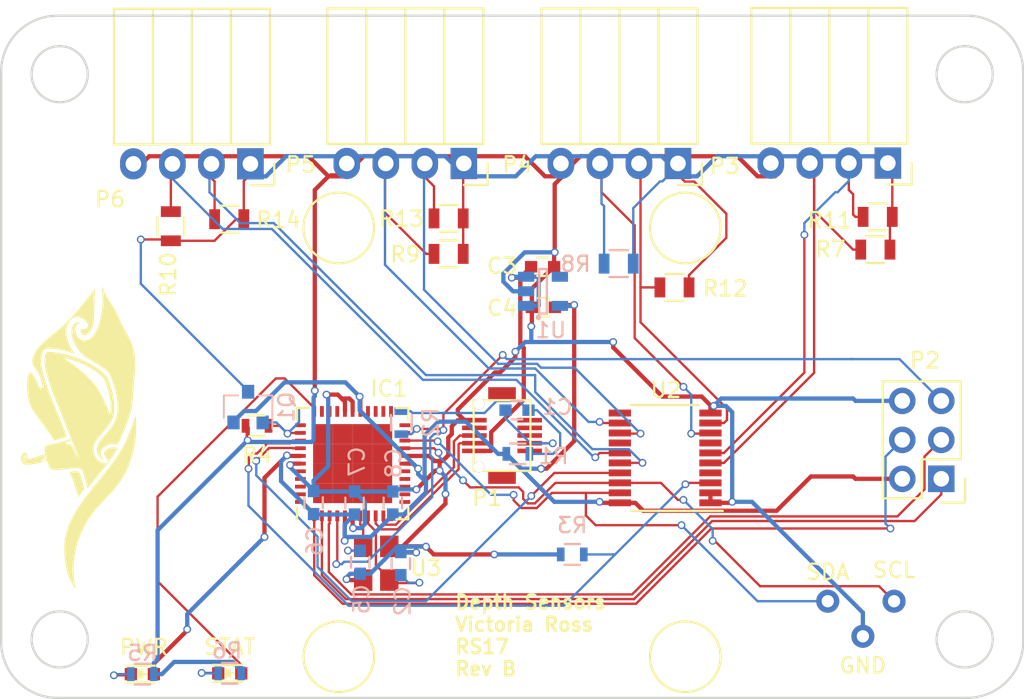
<source format=kicad_pcb>
(kicad_pcb (version 4) (host pcbnew 4.0.5-e0-6337~49~ubuntu16.04.1)
  (layers (0 F.Cu signal) (31 B.Cu signal) (34 B.Paste user) (35 F.Paste user) (36 B.SilkS user) (37 F.SilkS user) (38 B.Mask user) (39 F.Mask user) (44 Edge.Cuts user))
  (net 0 "")
  (net 1 +5V)
  (net 2 GND)
  (net 3 +3V3)
  (net 4 "Net-(C5-Pad1)")
  (net 5 /DTR)
  (net 6 /ATMega1284p/MOSI)
  (net 7 /ATMega1284p/MISO)
  (net 8 /ATMega1284p/SCK)
  (net 9 /ATMega1284p/~RST)
  (net 10 /Tx_CPU)
  (net 11 /Rx_CPU)
  (net 12 /SCL)
  (net 13 /SDA)
  (net 14 /~RST)
  (net 15 /~INT)
  (net 16 /SCL0)
  (net 17 /SDA0)
  (net 18 /SCL1)
  (net 19 /SDA1)
  (net 20 /SCL2)
  (net 21 /SDA2)
  (net 22 /SCL3)
  (net 23 /SDA3)
  (net 24 "Net-(C1-Pad1)")
  (net 25 "Net-(C2-Pad1)")
  (net 26 "Net-(D3-Pad1)")
  (net 27 "Net-(D4-Pad1)")
  (net 28 /DBG_LED)
  (net 29 /disable_depth)
  (net 30 /depth_power)
  (module Socket_Strips:Socket_Strip_Angled_1x04 (layer F.Cu) (at 127.4826 82.3468 180)
    (fp_text reference P5 (at 10.6172 -0.0762 180) (layer F.SilkS))
    (fp_text value CONN_01X04)
    (pad 1 thru_hole rect (at 0 0 180) (size 1.7272 2.032) (drill 1.016) (layers *.Cu *.Mask) (net 30 /depth_power))
    (pad 2 thru_hole oval (at 2.54 0 180) (size 1.7272 2.032) (drill 1.016) (layers *.Cu *.Mask) (net 20 /SCL2))
    (pad 3 thru_hole oval (at 5.08 0 180) (size 1.7272 2.032) (drill 1.016) (layers *.Cu *.Mask) (net 21 /SDA2))
    (pad 4 thru_hole oval (at 7.62 0 180) (size 1.7272 2.032) (drill 1.016) (layers *.Cu *.Mask) (net 2 GND))
  )
  (module Socket_Strips:Socket_Strip_Angled_1x04 (layer F.Cu) (at 141.4272 82.3468 180)
    (fp_text reference P4 (at 10.4648 -0.0762 180) (layer F.SilkS))
    (fp_text value CONN_01X04)
    (pad 1 thru_hole rect (at 0 0 180) (size 1.7272 2.032) (drill 1.016) (layers *.Cu *.Mask) (net 30 /depth_power))
    (pad 2 thru_hole oval (at 2.54 0 180) (size 1.7272 2.032) (drill 1.016) (layers *.Cu *.Mask) (net 18 /SCL1))
    (pad 3 thru_hole oval (at 5.08 0 180) (size 1.7272 2.032) (drill 1.016) (layers *.Cu *.Mask) (net 19 /SDA1))
    (pad 4 thru_hole oval (at 7.62 0 180) (size 1.7272 2.032) (drill 1.016) (layers *.Cu *.Mask) (net 2 GND))
  )
  (module Socket_Strips:Socket_Strip_Angled_1x04 (layer F.Cu) (at 113.5888 82.3722 180)
    (fp_text reference P6 (at 9.144 -2.3114 180) (layer F.SilkS))
    (fp_text value CONN_01X04)
    (pad 1 thru_hole rect (at 0 0 180) (size 1.7272 2.032) (drill 1.016) (layers *.Cu *.Mask) (net 30 /depth_power))
    (pad 2 thru_hole oval (at 2.54 0 180) (size 1.7272 2.032) (drill 1.016) (layers *.Cu *.Mask) (net 22 /SCL3))
    (pad 3 thru_hole oval (at 5.08 0 180) (size 1.7272 2.032) (drill 1.016) (layers *.Cu *.Mask) (net 23 /SDA3))
    (pad 4 thru_hole oval (at 7.62 0 180) (size 1.7272 2.032) (drill 1.016) (layers *.Cu *.Mask) (net 2 GND))
  )
  (module Housings_SSOP:TSSOP-20_4.4x6.5mm_Pitch0.65mm (layer F.Cu) (at 140.5926 101.5348 180)
    (fp_text reference U2 (at -0.0472 4.4306 360) (layer F.SilkS))
    (fp_text value TCA9545A)
    (pad 1 smd rect (at -2.95 -2.925 180) (size 1.45 0.45) (layers F.Cu F.Paste F.Mask) (net 2 GND))
    (pad 2 smd rect (at -2.95 -2.275 180) (size 1.45 0.45) (layers F.Cu F.Paste F.Mask) (net 2 GND))
    (pad 3 smd rect (at -2.95 -1.625 180) (size 1.45 0.45) (layers F.Cu F.Paste F.Mask) (net 14 /~RST))
    (pad 4 smd rect (at -2.95 -0.975 180) (size 1.45 0.45) (layers F.Cu F.Paste F.Mask))
    (pad 5 smd rect (at -2.95 -0.325 180) (size 1.45 0.45) (layers F.Cu F.Paste F.Mask) (net 17 /SDA0))
    (pad 6 smd rect (at -2.95 0.325 180) (size 1.45 0.45) (layers F.Cu F.Paste F.Mask) (net 16 /SCL0))
    (pad 7 smd rect (at -2.95 0.975 180) (size 1.45 0.45) (layers F.Cu F.Paste F.Mask))
    (pad 8 smd rect (at -2.95 1.625 180) (size 1.45 0.45) (layers F.Cu F.Paste F.Mask) (net 19 /SDA1))
    (pad 9 smd rect (at -2.95 2.275 180) (size 1.45 0.45) (layers F.Cu F.Paste F.Mask) (net 18 /SCL1))
    (pad 10 smd rect (at -2.95 2.925 180) (size 1.45 0.45) (layers F.Cu F.Paste F.Mask) (net 2 GND))
    (pad 11 smd rect (at 2.95 2.925 180) (size 1.45 0.45) (layers F.Cu F.Paste F.Mask))
    (pad 12 smd rect (at 2.95 2.275 180) (size 1.45 0.45) (layers F.Cu F.Paste F.Mask) (net 21 /SDA2))
    (pad 13 smd rect (at 2.95 1.625 180) (size 1.45 0.45) (layers F.Cu F.Paste F.Mask) (net 20 /SCL2))
    (pad 14 smd rect (at 2.95 0.975 180) (size 1.45 0.45) (layers F.Cu F.Paste F.Mask))
    (pad 15 smd rect (at 2.95 0.325 180) (size 1.45 0.45) (layers F.Cu F.Paste F.Mask) (net 23 /SDA3))
    (pad 16 smd rect (at 2.95 -0.325 180) (size 1.45 0.45) (layers F.Cu F.Paste F.Mask) (net 22 /SCL3))
    (pad 17 smd rect (at 2.95 -0.975 180) (size 1.45 0.45) (layers F.Cu F.Paste F.Mask) (net 15 /~INT))
    (pad 18 smd rect (at 2.95 -1.625 180) (size 1.45 0.45) (layers F.Cu F.Paste F.Mask) (net 12 /SCL))
    (pad 19 smd rect (at 2.95 -2.275 180) (size 1.45 0.45) (layers F.Cu F.Paste F.Mask) (net 13 /SDA))
    (pad 20 smd rect (at 2.95 -2.925 180) (size 1.45 0.45) (layers F.Cu F.Paste F.Mask) (net 3 +3V3))
  )
  (module Resistors_SMD:R_0603 (layer B.Cu) (at 112.2426 115.57)
    (fp_text reference R6 (at -0.1778 -1.4732) (layer B.SilkS) (effects (justify mirror)))
    (fp_text value 65)
    (pad 1 smd rect (at -0.75 0) (size 0.5 0.9) (layers B.Cu B.Paste B.Mask) (net 27 "Net-(D4-Pad1)"))
    (pad 2 smd rect (at 0.75 0) (size 0.5 0.9) (layers B.Cu B.Paste B.Mask) (net 2 GND))
  )
  (module Capacitors_SMD:C_0603 (layer B.Cu) (at 130.949 98.425 180)
    (fp_text reference C1 (at -2.6296 0.2032 360) (layer B.SilkS) (effects (justify mirror)))
    (fp_text value 100nF)
    (pad 1 smd rect (at -0.75 0 180) (size 0.8 0.75) (layers B.Cu B.Paste B.Mask) (net 24 "Net-(C1-Pad1)"))
    (pad 2 smd rect (at 0.75 0 180) (size 0.8 0.75) (layers B.Cu B.Paste B.Mask) (net 5 /DTR))
  )
  (module Capacitors_SMD:C_0603 (layer B.Cu) (at 123.3805 108.4199 90)
    (fp_text reference C2 (at -2.4511 0.1143 270) (layer B.SilkS) (effects (justify mirror)))
    (fp_text value 18p)
    (pad 1 smd rect (at -0.75 0 90) (size 0.8 0.75) (layers B.Cu B.Paste B.Mask) (net 25 "Net-(C2-Pad1)"))
    (pad 2 smd rect (at 0.75 0 90) (size 0.8 0.75) (layers B.Cu B.Paste B.Mask) (net 2 GND))
  )
  (module Capacitors_SMD:C_0603 (layer F.Cu) (at 132.6134 89.0778)
    (fp_text reference C3 (at -2.6416 -0.0508 180) (layer F.SilkS))
    (fp_text value 1µF)
    (pad 1 smd rect (at -0.75 0) (size 0.8 0.75) (layers F.Cu F.Paste F.Mask) (net 1 +5V))
    (pad 2 smd rect (at 0.75 0) (size 0.8 0.75) (layers F.Cu F.Paste F.Mask) (net 2 GND))
  )
  (module Capacitors_SMD:C_0603 (layer F.Cu) (at 132.6642 91.7194 180)
    (fp_text reference C4 (at 2.6924 -0.0508 360) (layer F.SilkS))
    (fp_text value 1µF)
    (pad 1 smd rect (at -0.75 0 180) (size 0.8 0.75) (layers F.Cu F.Paste F.Mask) (net 3 +3V3))
    (pad 2 smd rect (at 0.75 0 180) (size 0.8 0.75) (layers F.Cu F.Paste F.Mask) (net 2 GND))
  )
  (module Capacitors_SMD:C_0603 (layer B.Cu) (at 120.7389 108.3303 270)
    (fp_text reference C5 (at 2.4137 -0.0889 450) (layer B.SilkS) (effects (justify mirror)))
    (fp_text value 18p)
    (pad 1 smd rect (at -0.75 0 270) (size 0.8 0.75) (layers B.Cu B.Paste B.Mask) (net 4 "Net-(C5-Pad1)"))
    (pad 2 smd rect (at 0.75 0 270) (size 0.8 0.75) (layers B.Cu B.Paste B.Mask) (net 2 GND))
  )
  (module Capacitors_SMD:C_0603 (layer B.Cu) (at 117.7036 104.4448 90)
    (fp_text reference C6 (at -2.5146 0.0762 90) (layer B.SilkS) (effects (justify mirror)))
    (fp_text value 100n)
    (pad 1 smd rect (at -0.75 0 90) (size 0.8 0.75) (layers B.Cu B.Paste B.Mask) (net 3 +3V3))
    (pad 2 smd rect (at 0.75 0 90) (size 0.8 0.75) (layers B.Cu B.Paste B.Mask) (net 2 GND))
  )
  (module Capacitors_SMD:C_0603 (layer B.Cu) (at 120.3706 104.4702 90)
    (fp_text reference C7 (at 2.6924 0.1524 270) (layer B.SilkS) (effects (justify mirror)))
    (fp_text value 100n)
    (pad 1 smd rect (at -0.75 0 90) (size 0.8 0.75) (layers B.Cu B.Paste B.Mask) (net 3 +3V3))
    (pad 2 smd rect (at 0.75 0 90) (size 0.8 0.75) (layers B.Cu B.Paste B.Mask) (net 2 GND))
  )
  (module Housings_DFN_QFN:QFN-44-1EP_7x7mm_Pitch0.5mm (layer F.Cu) (at 120.2436 101.9048 90)
    (fp_text reference IC1 (at 4.8768 2.3622 180) (layer F.SilkS))
    (fp_text value ATMEGA1284P-M)
    (pad 1 smd rect (at -3.4 -2.5 90) (size 0.7 0.25) (layers F.Cu F.Paste F.Mask) (net 6 /ATMega1284p/MOSI))
    (pad 2 smd rect (at -3.4 -2 90) (size 0.7 0.25) (layers F.Cu F.Paste F.Mask) (net 7 /ATMega1284p/MISO))
    (pad 3 smd rect (at -3.4 -1.5 90) (size 0.7 0.25) (layers F.Cu F.Paste F.Mask) (net 8 /ATMega1284p/SCK))
    (pad 4 smd rect (at -3.4 -1 90) (size 0.7 0.25) (layers F.Cu F.Paste F.Mask) (net 9 /ATMega1284p/~RST))
    (pad 5 smd rect (at -3.4 -0.5 90) (size 0.7 0.25) (layers F.Cu F.Paste F.Mask) (net 3 +3V3))
    (pad 6 smd rect (at -3.4 0 90) (size 0.7 0.25) (layers F.Cu F.Paste F.Mask) (net 2 GND))
    (pad 7 smd rect (at -3.4 0.5 90) (size 0.7 0.25) (layers F.Cu F.Paste F.Mask) (net 4 "Net-(C5-Pad1)"))
    (pad 8 smd rect (at -3.4 1 90) (size 0.7 0.25) (layers F.Cu F.Paste F.Mask) (net 25 "Net-(C2-Pad1)"))
    (pad 9 smd rect (at -3.4 1.5 90) (size 0.7 0.25) (layers F.Cu F.Paste F.Mask) (net 10 /Tx_CPU))
    (pad 10 smd rect (at -3.4 2 90) (size 0.7 0.25) (layers F.Cu F.Paste F.Mask) (net 11 /Rx_CPU))
    (pad 11 smd rect (at -3.4 2.5 90) (size 0.7 0.25) (layers F.Cu F.Paste F.Mask))
    (pad 12 smd rect (at -2.5 3.4 180) (size 0.7 0.25) (layers F.Cu F.Paste F.Mask))
    (pad 13 smd rect (at -2 3.4 180) (size 0.7 0.25) (layers F.Cu F.Paste F.Mask))
    (pad 14 smd rect (at -1.5 3.4 180) (size 0.7 0.25) (layers F.Cu F.Paste F.Mask))
    (pad 15 smd rect (at -1 3.4 180) (size 0.7 0.25) (layers F.Cu F.Paste F.Mask))
    (pad 16 smd rect (at -0.5 3.4 180) (size 0.7 0.25) (layers F.Cu F.Paste F.Mask))
    (pad 17 smd rect (at 0 3.4 180) (size 0.7 0.25) (layers F.Cu F.Paste F.Mask) (net 3 +3V3))
    (pad 18 smd rect (at 0.5 3.4 180) (size 0.7 0.25) (layers F.Cu F.Paste F.Mask) (net 2 GND))
    (pad 19 smd rect (at 1 3.4 180) (size 0.7 0.25) (layers F.Cu F.Paste F.Mask) (net 12 /SCL))
    (pad 20 smd rect (at 1.5 3.4 180) (size 0.7 0.25) (layers F.Cu F.Paste F.Mask) (net 13 /SDA))
    (pad 21 smd rect (at 2 3.4 180) (size 0.7 0.25) (layers F.Cu F.Paste F.Mask))
    (pad 22 smd rect (at 2.5 3.4 180) (size 0.7 0.25) (layers F.Cu F.Paste F.Mask))
    (pad 23 smd rect (at 3.4 2.5 90) (size 0.7 0.25) (layers F.Cu F.Paste F.Mask))
    (pad 24 smd rect (at 3.4 2 90) (size 0.7 0.25) (layers F.Cu F.Paste F.Mask))
    (pad 25 smd rect (at 3.4 1.5 90) (size 0.7 0.25) (layers F.Cu F.Paste F.Mask))
    (pad 26 smd rect (at 3.4 1 90) (size 0.7 0.25) (layers F.Cu F.Paste F.Mask))
    (pad 27 smd rect (at 3.4 0.5 90) (size 0.7 0.25) (layers F.Cu F.Paste F.Mask) (net 3 +3V3))
    (pad 28 smd rect (at 3.4 0 90) (size 0.7 0.25) (layers F.Cu F.Paste F.Mask) (net 2 GND))
    (pad 29 smd rect (at 3.4 -0.5 90) (size 0.7 0.25) (layers F.Cu F.Paste F.Mask) (net 2 GND))
    (pad 30 smd rect (at 3.4 -1 90) (size 0.7 0.25) (layers F.Cu F.Paste F.Mask))
    (pad 31 smd rect (at 3.4 -1.5 90) (size 0.7 0.25) (layers F.Cu F.Paste F.Mask))
    (pad 32 smd rect (at 3.4 -2 90) (size 0.7 0.25) (layers F.Cu F.Paste F.Mask))
    (pad 33 smd rect (at 3.4 -2.5 90) (size 0.7 0.25) (layers F.Cu F.Paste F.Mask) (net 28 /DBG_LED))
    (pad 34 smd rect (at 2.5 -3.4 180) (size 0.7 0.25) (layers F.Cu F.Paste F.Mask))
    (pad 35 smd rect (at 2 -3.4 180) (size 0.7 0.25) (layers F.Cu F.Paste F.Mask) (net 29 /disable_depth))
    (pad 36 smd rect (at 1.5 -3.4 180) (size 0.7 0.25) (layers F.Cu F.Paste F.Mask) (net 14 /~RST))
    (pad 37 smd rect (at 1 -3.4 180) (size 0.7 0.25) (layers F.Cu F.Paste F.Mask) (net 15 /~INT))
    (pad 38 smd rect (at 0.5 -3.4 180) (size 0.7 0.25) (layers F.Cu F.Paste F.Mask) (net 3 +3V3))
    (pad 39 smd rect (at 0 -3.4 180) (size 0.7 0.25) (layers F.Cu F.Paste F.Mask) (net 2 GND))
    (pad 40 smd rect (at -0.5 -3.4 180) (size 0.7 0.25) (layers F.Cu F.Paste F.Mask))
    (pad 41 smd rect (at -1 -3.4 180) (size 0.7 0.25) (layers F.Cu F.Paste F.Mask))
    (pad 42 smd rect (at -1.5 -3.4 180) (size 0.7 0.25) (layers F.Cu F.Paste F.Mask))
    (pad 43 smd rect (at -2 -3.4 180) (size 0.7 0.25) (layers F.Cu F.Paste F.Mask))
    (pad 44 smd rect (at -2.5 -3.4 180) (size 0.7 0.25) (layers F.Cu F.Paste F.Mask))
    (pad 45 smd rect (at 1.93125 1.93125 90) (size 1.2875 1.2875) (layers F.Cu F.Paste F.Mask))
    (pad 45 smd rect (at 1.93125 0.64375 90) (size 1.2875 1.2875) (layers F.Cu F.Paste F.Mask))
    (pad 45 smd rect (at 1.93125 -0.64375 90) (size 1.2875 1.2875) (layers F.Cu F.Paste F.Mask))
    (pad 45 smd rect (at 1.93125 -1.93125 90) (size 1.2875 1.2875) (layers F.Cu F.Paste F.Mask))
    (pad 45 smd rect (at 0.64375 1.93125 90) (size 1.2875 1.2875) (layers F.Cu F.Paste F.Mask))
    (pad 45 smd rect (at 0.64375 0.64375 90) (size 1.2875 1.2875) (layers F.Cu F.Paste F.Mask))
    (pad 45 smd rect (at 0.64375 -0.64375 90) (size 1.2875 1.2875) (layers F.Cu F.Paste F.Mask))
    (pad 45 smd rect (at 0.64375 -1.93125 90) (size 1.2875 1.2875) (layers F.Cu F.Paste F.Mask))
    (pad 45 smd rect (at -0.64375 1.93125 90) (size 1.2875 1.2875) (layers F.Cu F.Paste F.Mask))
    (pad 45 smd rect (at -0.64375 0.64375 90) (size 1.2875 1.2875) (layers F.Cu F.Paste F.Mask))
    (pad 45 smd rect (at -0.64375 -0.64375 90) (size 1.2875 1.2875) (layers F.Cu F.Paste F.Mask))
    (pad 45 smd rect (at -0.64375 -1.93125 90) (size 1.2875 1.2875) (layers F.Cu F.Paste F.Mask))
    (pad 45 smd rect (at -1.93125 1.93125 90) (size 1.2875 1.2875) (layers F.Cu F.Paste F.Mask))
    (pad 45 smd rect (at -1.93125 0.64375 90) (size 1.2875 1.2875) (layers F.Cu F.Paste F.Mask))
    (pad 45 smd rect (at -1.93125 -0.64375 90) (size 1.2875 1.2875) (layers F.Cu F.Paste F.Mask))
    (pad 45 smd rect (at -1.93125 -1.93125 90) (size 1.2875 1.2875) (layers F.Cu F.Paste F.Mask))
  )
  (module Pin_Headers:Pin_Header_Straight_2x03 (layer F.Cu) (at 158.5722 102.8954 180)
    (fp_text reference P2 (at 1.07 7.71 360) (layer F.SilkS))
    (fp_text value CONN_02X03)
    (pad 1 thru_hole rect (at 0 0 180) (size 1.7272 1.7272) (drill 1.016) (layers *.Cu *.Mask) (net 7 /ATMega1284p/MISO))
    (pad 2 thru_hole oval (at 2.54 0 180) (size 1.7272 1.7272) (drill 1.016) (layers *.Cu *.Mask) (net 3 +3V3))
    (pad 3 thru_hole oval (at 0 2.54 180) (size 1.7272 1.7272) (drill 1.016) (layers *.Cu *.Mask) (net 8 /ATMega1284p/SCK))
    (pad 4 thru_hole oval (at 2.54 2.54 180) (size 1.7272 1.7272) (drill 1.016) (layers *.Cu *.Mask) (net 6 /ATMega1284p/MOSI))
    (pad 5 thru_hole oval (at 0 5.08 180) (size 1.7272 1.7272) (drill 1.016) (layers *.Cu *.Mask) (net 9 /ATMega1284p/~RST))
    (pad 6 thru_hole oval (at 2.54 5.08 180) (size 1.7272 1.7272) (drill 1.016) (layers *.Cu *.Mask) (net 2 GND))
  )
  (module Resistors_SMD:R_0603 (layer B.Cu) (at 130.9998 101.2698)
    (fp_text reference R1 (at 2.3248 0.1524 180) (layer B.SilkS) (effects (justify mirror)))
    (fp_text value 10k)
    (pad 1 smd rect (at -0.75 0) (size 0.5 0.9) (layers B.Cu B.Paste B.Mask) (net 3 +3V3))
    (pad 2 smd rect (at 0.75 0) (size 0.5 0.9) (layers B.Cu B.Paste B.Mask) (net 24 "Net-(C1-Pad1)"))
  )
  (module Resistors_SMD:R_0603 (layer B.Cu) (at 123.4186 99.2378 90)
    (fp_text reference R2 (at 0 1.905 90) (layer B.SilkS) (effects (justify mirror)))
    (fp_text value 1k)
    (pad 1 smd rect (at -0.75 0 90) (size 0.5 0.9) (layers B.Cu B.Paste B.Mask) (net 9 /ATMega1284p/~RST))
    (pad 2 smd rect (at 0.75 0 90) (size 0.5 0.9) (layers B.Cu B.Paste B.Mask) (net 24 "Net-(C1-Pad1)"))
  )
  (module TO_SOT_Packages_SMD:SOT-23-5 (layer B.Cu) (at 132.6388 90.678)
    (fp_text reference U1 (at 0.508 2.54) (layer B.SilkS) (effects (justify mirror)))
    (fp_text value AP2112)
    (pad 1 smd rect (at -1.1 0.95) (size 1.06 0.65) (layers B.Cu B.Paste B.Mask) (net 1 +5V))
    (pad 2 smd rect (at -1.1 0) (size 1.06 0.65) (layers B.Cu B.Paste B.Mask) (net 2 GND))
    (pad 3 smd rect (at -1.1 -0.95) (size 1.06 0.65) (layers B.Cu B.Paste B.Mask) (net 1 +5V))
    (pad 4 smd rect (at 1.1 -0.95) (size 1.06 0.65) (layers B.Cu B.Paste B.Mask))
    (pad 5 smd rect (at 1.1 0.95) (size 1.06 0.65) (layers B.Cu B.Paste B.Mask) (net 3 +3V3))
  )
  (module Capacitors_SMD:C_0603 (layer B.Cu) (at 122.8598 104.4702 90)
    (fp_text reference C8 (at 2.5908 0.0508 90) (layer B.SilkS) (effects (justify mirror)))
    (fp_text value 4.7u)
    (pad 1 smd rect (at -0.75 0 90) (size 0.8 0.75) (layers B.Cu B.Paste B.Mask) (net 3 +3V3))
    (pad 2 smd rect (at 0.75 0 90) (size 0.8 0.75) (layers B.Cu B.Paste B.Mask) (net 2 GND))
  )
  (module Resistors_SMD:R_0603 (layer B.Cu) (at 106.553 115.6208)
    (fp_text reference R5 (at 0 -1.3716) (layer B.SilkS) (effects (justify mirror)))
    (fp_text value 65)
    (pad 1 smd rect (at -0.75 0) (size 0.5 0.9) (layers B.Cu B.Paste B.Mask) (net 26 "Net-(D3-Pad1)"))
    (pad 2 smd rect (at 0.75 0) (size 0.5 0.9) (layers B.Cu B.Paste B.Mask) (net 2 GND))
  )
  (module robosub_footprints:DFN-4 (layer F.Cu) (at 121.7803 108.3945 270)
    (fp_text reference U3 (at 0.3175 -3.2385 360) (layer F.SilkS))
    (fp_text value TSX-3225)
    (pad 2 smd rect (at 1.1 0.85 270) (size 1.4 1.2) (layers F.Cu F.Paste F.Mask) (net 2 GND))
    (pad 1 smd rect (at -1.1 0.85 270) (size 1.4 1.2) (layers F.Cu F.Paste F.Mask) (net 4 "Net-(C5-Pad1)"))
    (pad 4 smd rect (at -1.1 -0.85 270) (size 1.4 1.2) (layers F.Cu F.Paste F.Mask) (net 2 GND))
    (pad 3 smd rect (at 1.1 -0.85 270) (size 1.4 1.2) (layers F.Cu F.Paste F.Mask) (net 25 "Net-(C2-Pad1)"))
  )
  (module LEDs:LED_0603 (layer F.Cu) (at 106.553 115.6208)
    (fp_text reference D3 hide)
    (fp_text value LED)
    (pad 2 smd rect (at 0.7493 0 180) (size 0.79756 0.79756) (layers F.Cu F.Paste F.Mask) (net 3 +3V3))
    (pad 1 smd rect (at -0.7493 0 180) (size 0.79756 0.79756) (layers F.Cu F.Paste F.Mask) (net 26 "Net-(D3-Pad1)"))
  )
  (module LEDs:LED_0603 (layer F.Cu) (at 112.2426 115.57)
    (fp_text reference D4 hide)
    (fp_text value LED)
    (pad 2 smd rect (at 0.7493 0 180) (size 0.79756 0.79756) (layers F.Cu F.Paste F.Mask) (net 28 /DBG_LED))
    (pad 1 smd rect (at -0.7493 0 180) (size 0.79756 0.79756) (layers F.Cu F.Paste F.Mask) (net 27 "Net-(D4-Pad1)"))
  )
  (module robosub_footprints:3mm-10pos-receptacle (layer F.Cu) (at 129.9718 100.076 90)
    (fp_text reference P1 (at -4.064 -0.9652 180) (layer F.SilkS))
    (fp_text value Mezzanine-Header)
    (pad "" thru_hole circle (at 2.05 -1.5 90) (size 0.7 0.7) (drill 0.7) (layers *.Cu *.Mask))
    (pad "" thru_hole circle (at -2.05 -1.5 90) (size 0.7 0.7) (drill 0.7) (layers *.Cu *.Mask))
    (pad 6 smd rect (at 0 1.8 90) (size 0.3 1.6) (layers F.Cu F.Paste F.Mask))
    (pad 10 smd rect (at 1 1.8 90) (size 0.3 1.6) (layers F.Cu F.Paste F.Mask))
    (pad 8 smd rect (at 0.5 1.8 90) (size 0.3 1.6) (layers F.Cu F.Paste F.Mask))
    (pad 2 smd rect (at -1 1.8 90) (size 0.3 1.6) (layers F.Cu F.Paste F.Mask))
    (pad 4 smd rect (at -0.5 1.8 90) (size 0.3 1.6) (layers F.Cu F.Paste F.Mask) (net 5 /DTR))
    (pad 5 smd rect (at 0 -1.8 90) (size 0.3 1.6) (layers F.Cu F.Paste F.Mask) (net 11 /Rx_CPU))
    (pad 3 smd rect (at -0.5 -1.8 90) (size 0.3 1.6) (layers F.Cu F.Paste F.Mask) (net 10 /Tx_CPU))
    (pad 1 smd rect (at -1 -1.8 90) (size 0.3 1.6) (layers F.Cu F.Paste F.Mask) (net 1 +5V))
    (pad 9 smd rect (at 1 -1.8 90) (size 0.3 1.6) (layers F.Cu F.Paste F.Mask) (net 2 GND))
    (pad 7 smd rect (at 0.5 -1.8 90) (size 0.3 1.6) (layers F.Cu F.Paste F.Mask))
    (pad "" smd rect (at 2.75 0 90) (size 0.8 1.8) (layers F.Cu F.Paste F.Mask))
    (pad "" smd rect (at -2.75 0 90) (size 0.8 1.8) (layers F.Cu F.Paste F.Mask))
  )
  (module Measurement_Points:Measurement_Point_Round-TH_Small (layer F.Cu) (at 151.1808 110.871)
    (fp_text reference W1 hide)
    (fp_text value TEST_1P)
    (pad 1 thru_hole circle (at 0 0) (size 1.5 1.5) (drill 0.8) (layers *.Cu *.Mask) (net 13 /SDA))
  )
  (module Measurement_Points:Measurement_Point_Round-TH_Small (layer F.Cu) (at 155.4988 110.871)
    (fp_text reference W2 hide)
    (fp_text value TEST_1P)
    (pad 1 thru_hole circle (at 0 0) (size 1.5 1.5) (drill 0.8) (layers *.Cu *.Mask) (net 12 /SCL))
  )
  (module Measurement_Points:Measurement_Point_Round-TH_Small (layer F.Cu) (at 153.4668 113.157)
    (fp_text reference W3 hide)
    (fp_text value TEST_1P)
    (pad 1 thru_hole circle (at 0 0) (size 1.5 1.5) (drill 0.8) (layers *.Cu *.Mask) (net 2 GND))
  )
  (module Socket_Strips:Socket_Strip_Angled_1x04 (layer F.Cu) (at 155.0924 82.3214 180)
    (fp_text reference P3 (at 10.6172 -0.2032 180) (layer F.SilkS))
    (fp_text value CONN_01X04)
    (pad 1 thru_hole rect (at 0 0 180) (size 1.7272 2.032) (drill 1.016) (layers *.Cu *.Mask) (net 30 /depth_power))
    (pad 2 thru_hole oval (at 2.54 0 180) (size 1.7272 2.032) (drill 1.016) (layers *.Cu *.Mask) (net 16 /SCL0))
    (pad 3 thru_hole oval (at 5.08 0 180) (size 1.7272 2.032) (drill 1.016) (layers *.Cu *.Mask) (net 17 /SDA0))
    (pad 4 thru_hole oval (at 7.62 0 180) (size 1.7272 2.032) (drill 1.016) (layers *.Cu *.Mask) (net 2 GND))
  )
  (module Resistors_SMD:R_0603 (layer B.Cu) (at 134.5438 107.823 180)
    (fp_text reference R3 (at 0 1.9 180) (layer B.SilkS) (effects (justify mirror)))
    (fp_text value 10k)
    (pad 1 smd rect (at -0.75 0 180) (size 0.5 0.9) (layers B.Cu B.Paste B.Mask) (net 14 /~RST))
    (pad 2 smd rect (at 0.75 0 180) (size 0.5 0.9) (layers B.Cu B.Paste B.Mask) (net 2 GND))
  )
  (module TO_SOT_Packages_SMD:SOT-23 (layer B.Cu) (at 113.4364 98.2218 90)
    (fp_text reference Q1 (at 0 2.5 90) (layer B.SilkS) (effects (justify mirror)))
    (fp_text value Q_PMOS_GSD)
    (pad 1 smd rect (at -1 0.95 90) (size 0.9 0.8) (layers B.Cu B.Paste B.Mask) (net 29 /disable_depth))
    (pad 2 smd rect (at -1 -0.95 90) (size 0.9 0.8) (layers B.Cu B.Paste B.Mask) (net 3 +3V3))
    (pad 3 smd rect (at 1 0 90) (size 0.9 0.8) (layers B.Cu B.Paste B.Mask) (net 30 /depth_power))
  )
  (module Resistors_SMD:R_0603 (layer F.Cu) (at 114.0206 99.441 180)
    (fp_text reference R4 (at 0 -1.9 180) (layer F.SilkS))
    (fp_text value 10k)
    (pad 1 smd rect (at -0.75 0 180) (size 0.5 0.9) (layers F.Cu F.Paste F.Mask) (net 29 /disable_depth))
    (pad 2 smd rect (at 0.75 0 180) (size 0.5 0.9) (layers F.Cu F.Paste F.Mask) (net 2 GND))
  )
  (module Resistors_SMD:R_0805 (layer F.Cu) (at 154.2796 87.9602 180)
    (fp_text reference R7 (at 2.921 0.0254 180) (layer F.SilkS))
    (fp_text value 2k)
    (pad 1 smd rect (at -0.95 0 180) (size 0.7 1.3) (layers F.Cu F.Paste F.Mask) (net 30 /depth_power))
    (pad 2 smd rect (at 0.95 0 180) (size 0.7 1.3) (layers F.Cu F.Paste F.Mask) (net 17 /SDA0))
  )
  (module Resistors_SMD:R_0805 (layer B.Cu) (at 137.5664 88.8746 180)
    (fp_text reference R8 (at 2.8042 -0.0254 180) (layer B.SilkS) (effects (justify mirror)))
    (fp_text value 2k)
    (pad 1 smd rect (at -0.95 0 180) (size 0.7 1.3) (layers B.Cu B.Paste B.Mask) (net 30 /depth_power))
    (pad 2 smd rect (at 0.95 0 180) (size 0.7 1.3) (layers B.Cu B.Paste B.Mask) (net 19 /SDA1))
  )
  (module Resistors_SMD:R_0805 (layer F.Cu) (at 126.492 88.2396 180)
    (fp_text reference R9 (at 2.8194 -0.0254 180) (layer F.SilkS))
    (fp_text value 2k)
    (pad 1 smd rect (at -0.95 0 180) (size 0.7 1.3) (layers F.Cu F.Paste F.Mask) (net 30 /depth_power))
    (pad 2 smd rect (at 0.95 0 180) (size 0.7 1.3) (layers F.Cu F.Paste F.Mask) (net 21 /SDA2))
  )
  (module Resistors_SMD:R_0805 (layer F.Cu) (at 108.4072 86.4362 90)
    (fp_text reference R10 (at -3.1496 -0.1778 90) (layer F.SilkS))
    (fp_text value 2k)
    (pad 1 smd rect (at -0.95 0 90) (size 0.7 1.3) (layers F.Cu F.Paste F.Mask) (net 30 /depth_power))
    (pad 2 smd rect (at 0.95 0 90) (size 0.7 1.3) (layers F.Cu F.Paste F.Mask) (net 23 /SDA3))
  )
  (module Resistors_SMD:R_0805 (layer F.Cu) (at 154.432 85.8266 180)
    (fp_text reference R11 (at 3.1242 -0.2286 180) (layer F.SilkS))
    (fp_text value 2k)
    (pad 1 smd rect (at -0.95 0 180) (size 0.7 1.3) (layers F.Cu F.Paste F.Mask) (net 30 /depth_power))
    (pad 2 smd rect (at 0.95 0 180) (size 0.7 1.3) (layers F.Cu F.Paste F.Mask) (net 16 /SCL0))
  )
  (module Resistors_SMD:R_0805 (layer F.Cu) (at 141.1986 90.424 180)
    (fp_text reference R12 (at -3.302 -0.0762 180) (layer F.SilkS))
    (fp_text value 2k)
    (pad 1 smd rect (at -0.95 0 180) (size 0.7 1.3) (layers F.Cu F.Paste F.Mask) (net 30 /depth_power))
    (pad 2 smd rect (at 0.95 0 180) (size 0.7 1.3) (layers F.Cu F.Paste F.Mask) (net 18 /SCL1))
  )
  (module Resistors_SMD:R_0805 (layer F.Cu) (at 126.492 85.9282 180)
    (fp_text reference R13 (at 3.0734 -0.0254 180) (layer F.SilkS))
    (fp_text value 2k)
    (pad 1 smd rect (at -0.95 0 180) (size 0.7 1.3) (layers F.Cu F.Paste F.Mask) (net 30 /depth_power))
    (pad 2 smd rect (at 0.95 0 180) (size 0.7 1.3) (layers F.Cu F.Paste F.Mask) (net 20 /SCL2))
  )
  (module Resistors_SMD:R_0805 (layer F.Cu) (at 112.207 85.979 180)
    (fp_text reference R14 (at -3.2106 -0.0508 180) (layer F.SilkS))
    (fp_text value 2k)
    (pad 1 smd rect (at -0.95 0 180) (size 0.7 1.3) (layers F.Cu F.Paste F.Mask) (net 30 /depth_power))
    (pad 2 smd rect (at 0.95 0 180) (size 0.7 1.3) (layers F.Cu F.Paste F.Mask) (net 22 /SCL3))
  )
  (module robosub_footprints:3mm-support (layer F.Cu) (at 119.3442 114.488204)
    (fp_text reference P7 hide)
    (fp_text value Spacer)
    (pad "" np_thru_hole circle (at 0 0) (size 2.5 2.5) (drill 2.5) (layers *.Cu *.Mask))
  )
  (module robosub_footprints:3mm-support (layer F.Cu) (at 141.9042 114.488204)
    (fp_text reference P8 hide)
    (fp_text value Spacer)
    (pad "" np_thru_hole circle (at 0 0) (size 2.5 2.5) (drill 2.5) (layers *.Cu *.Mask))
  )
  (module robosub_footprints:3mm-support (layer F.Cu) (at 141.9042 86.548204)
    (fp_text reference P9 hide)
    (fp_text value Spacer)
    (pad "" np_thru_hole circle (at 0 0) (size 2.5 2.5) (drill 2.5) (layers *.Cu *.Mask))
  )
  (module robosub_footprints:3mm-support (layer F.Cu) (at 119.3442 86.548204)
    (fp_text reference P10 hide)
    (fp_text value Spacer)
    (pad "" np_thru_hole circle (at 0 0) (size 2.5 2.5) (drill 2.5) (layers *.Cu *.Mask))
  )
  (module robosub_footprints:robosub_logo-large (layer F.Cu) (at 102.6414 100.076 90)
    (fp_text reference G*** hide)
    (fp_text value LOGO hide)
  )
  (gr_arc (start 101.0158 113.5126) (end 97.3582 113.5126) (angle -90) (layer Edge.Cuts) (width 0.15))
  (gr_arc (start 160.2486 113.5126) (end 160.2486 117.1702) (angle -89.9) (layer Edge.Cuts) (width 0.15))
  (gr_circle (center 160.0962 113.3602) (end 161.925 113.3602) (layer Edge.Cuts) (width 0.15))
  (gr_circle (center 101.1682 113.3602) (end 102.997 113.3602) (layer Edge.Cuts) (width 0.15))
  (gr_arc (start 160.2486 76.3778) (end 163.9062 76.3778) (angle -90) (layer Edge.Cuts) (width 0.15))
  (gr_arc (start 101.0158 76.3778) (end 101.0158 72.7202) (angle -90) (layer Edge.Cuts) (width 0.15))
  (gr_circle (center 101.1682 76.5302) (end 102.997 76.5302) (layer Edge.Cuts) (width 0.15))
  (gr_circle (center 160.0962 76.5302) (end 161.925 76.5302) (layer Edge.Cuts) (width 0.15))
  (gr_line (start 160.2486 72.7202) (end 101.0158 72.7202) (layer Edge.Cuts) (width 0.15))
  (gr_line (start 97.3582 76.3778) (end 97.3582 113.5126) (layer Edge.Cuts) (width 0.15))
  (gr_line (start 101.0158 117.1702) (end 160.2486 117.1702) (layer Edge.Cuts) (width 0.15))
  (gr_line (start 163.9062 113.5126) (end 163.9062 76.3778) (layer Edge.Cuts) (width 0.15))
  (gr_text GND (at 153.4668 115.062) (layer F.SilkS) (effects (font (size 1 1))))
  (gr_text SDA (at 151.1808 108.966) (layer F.SilkS) (effects (font (size 1 1))))
  (gr_text SCL (at 155.4988 108.839) (layer F.SilkS) (effects (font (size 1 1))))
  (gr_text STAT (at 112.2426 113.8428 360) (layer F.SilkS) (effects (font (size 1 1))))
  (gr_text PWR (at 106.6546 113.8682 360) (layer F.SilkS) (effects (font (size 1 1))))
  (gr_text "Depth Sensors\nVictoria Ross\nRS17\nRev B" (at 126.8222 113.1062) (layer F.SilkS) (effects (font (size 0.9 0.9) (thickness 0.18)) (justify left)))
  (segment (start 141.097 85.9282) (end 141.5288 85.4964) (width 0.1524) (layer B.Cu) (net 0))
  (segment (start 129.263601 99.859441) (end 131.386097 97.736945) (width 0.2788) (layer F.Cu) (net 1))
  (segment (start 129.263601 101.062999) (end 129.263601 99.859441) (width 0.2788) (layer F.Cu) (net 1))
  (segment (start 131.163601 94.142882) (end 131.163601 89.800401) (width 0.2788) (layer F.Cu) (net 1))
  (segment (start 131.386097 94.365378) (end 131.163601 94.142882) (width 0.2788) (layer F.Cu) (net 1))
  (segment (start 131.386097 97.736945) (end 131.386097 94.365378) (width 0.2788) (layer F.Cu) (net 1))
  (segment (start 129.2506 101.076) (end 129.263601 101.062999) (width 0.2788) (layer F.Cu) (net 1))
  (segment (start 131.163601 89.800401) (end 131.1522 89.789) (width 0.2788) (layer F.Cu) (net 1))
  (segment (start 128.1718 101.076) (end 129.2506 101.076) (width 0.2788) (layer F.Cu) (net 1))
  (segment (start 130.6068 89.789) (end 131.1522 89.789) (width 0.2788) (layer F.Cu) (net 1))
  (segment (start 131.1522 89.789) (end 131.8634 89.0778) (width 0.2788) (layer F.Cu) (net 1))
  (segment (start 131.5388 89.728) (end 130.6678 89.728) (width 0.2788) (layer B.Cu) (net 1))
  (segment (start 130.6678 89.728) (end 130.6068 89.789) (width 0.2788) (layer B.Cu) (net 1))
  (via (at 130.6068 89.789) (size 0.508) (drill 0.3302) (layers F.Cu B.Cu) (net 1))
  (segment (start 131.5388 91.628) (end 132.3476 91.628) (width 0.2788) (layer B.Cu) (net 1))
  (segment (start 132.3476 91.628) (end 132.360601 91.614999) (width 0.2788) (layer B.Cu) (net 1))
  (segment (start 132.360601 91.614999) (end 132.360601 89.741001) (width 0.2788) (layer B.Cu) (net 1))
  (segment (start 132.360601 89.741001) (end 132.3476 89.728) (width 0.2788) (layer B.Cu) (net 1))
  (segment (start 132.3476 89.728) (end 131.5388 89.728) (width 0.2788) (layer B.Cu) (net 1))
  (segment (start 107.303 115.6208) (end 107.303 114.892) (width 0.2788) (layer B.Cu) (net 2))
  (segment (start 107.303 114.892) (end 107.5436 114.6514) (width 0.2788) (layer B.Cu) (net 2))
  (segment (start 107.5436 106.2482) (end 113.411 100.3808) (width 0.2788) (layer B.Cu) (net 2))
  (segment (start 107.5436 114.6514) (end 107.5436 106.2482) (width 0.2788) (layer B.Cu) (net 2))
  (segment (start 112.9926 115.57) (end 112.9926 115.37) (width 0.2788) (layer B.Cu) (net 2))
  (segment (start 112.450799 114.828199) (end 108.624401 114.828199) (width 0.2788) (layer B.Cu) (net 2))
  (segment (start 112.9926 115.37) (end 112.450799 114.828199) (width 0.2788) (layer B.Cu) (net 2))
  (segment (start 108.624401 114.828199) (end 107.8318 115.6208) (width 0.2788) (layer B.Cu) (net 2))
  (segment (start 107.8318 115.6208) (end 107.303 115.6208) (width 0.2788) (layer B.Cu) (net 2))
  (segment (start 143.758706 98.146938) (end 144.242644 97.663) (width 0.2788) (layer B.Cu) (net 2))
  (segment (start 144.242644 97.663) (end 152.8318 97.663) (width 0.2788) (layer B.Cu) (net 2))
  (segment (start 152.8318 97.663) (end 152.9842 97.8154) (width 0.2788) (layer B.Cu) (net 2))
  (segment (start 152.9842 97.8154) (end 156.0322 97.8154) (width 0.2788) (layer B.Cu) (net 2))
  (segment (start 119.8118 83.185) (end 118.6694 83.185) (width 0.2788) (layer F.Cu) (net 2))
  (segment (start 118.6694 83.185) (end 117.36159 81.87719) (width 0.2788) (layer F.Cu) (net 2))
  (segment (start 117.36159 81.87719) (end 106.99721 81.87719) (width 0.2788) (layer F.Cu) (net 2))
  (segment (start 106.99721 81.87719) (end 105.8418 83.0326) (width 0.2788) (layer F.Cu) (net 2))
  (segment (start 105.8418 83.0326) (end 105.8418 83.185) (width 0.2788) (layer F.Cu) (net 2))
  (segment (start 133.4008 88.138) (end 133.4008 83.693) (width 0.2788) (layer F.Cu) (net 2))
  (segment (start 133.4008 83.693) (end 133.9088 83.185) (width 0.2788) (layer F.Cu) (net 2))
  (segment (start 133.9088 83.185) (end 132.7664 83.185) (width 0.2788) (layer F.Cu) (net 2))
  (segment (start 132.7664 83.185) (end 131.45859 81.87719) (width 0.2788) (layer F.Cu) (net 2))
  (segment (start 131.45859 81.87719) (end 120.96721 81.87719) (width 0.2788) (layer F.Cu) (net 2))
  (segment (start 120.96721 81.87719) (end 119.8118 83.0326) (width 0.2788) (layer F.Cu) (net 2))
  (segment (start 119.8118 83.0326) (end 119.8118 83.185) (width 0.2788) (layer F.Cu) (net 2))
  (segment (start 147.7518 83.185) (end 146.6094 83.185) (width 0.2788) (layer F.Cu) (net 2))
  (segment (start 146.6094 83.185) (end 145.30159 81.87719) (width 0.2788) (layer F.Cu) (net 2))
  (segment (start 145.30159 81.87719) (end 135.06421 81.87719) (width 0.2788) (layer F.Cu) (net 2))
  (segment (start 135.06421 81.87719) (end 133.9088 83.0326) (width 0.2788) (layer F.Cu) (net 2))
  (segment (start 133.9088 83.0326) (end 133.9088 83.185) (width 0.2788) (layer F.Cu) (net 2))
  (segment (start 117.7798 97.155) (end 117.7798 84.0746) (width 0.2788) (layer F.Cu) (net 2))
  (segment (start 117.7798 84.0746) (end 118.6694 83.185) (width 0.2788) (layer F.Cu) (net 2))
  (segment (start 117.7798 97.155) (end 117.7798 97.51421) (width 0.2788) (layer B.Cu) (net 2))
  (segment (start 117.7798 97.51421) (end 117.7036 97.59041) (width 0.2788) (layer B.Cu) (net 2))
  (segment (start 117.7036 97.59041) (end 117.7036 100.36302) (width 0.2788) (layer B.Cu) (net 2))
  (segment (start 113.411 100.3808) (end 113.411 99.5814) (width 0.2788) (layer F.Cu) (net 2))
  (segment (start 113.411 99.5814) (end 113.2706 99.441) (width 0.2788) (layer F.Cu) (net 2))
  (segment (start 117.7036 100.36302) (end 117.571819 100.494801) (width 0.2788) (layer B.Cu) (net 2))
  (segment (start 117.571819 100.494801) (end 113.525001 100.494801) (width 0.2788) (layer B.Cu) (net 2))
  (segment (start 113.525001 100.494801) (end 113.411 100.3808) (width 0.2788) (layer B.Cu) (net 2))
  (via (at 113.411 100.3808) (size 0.508) (drill 0.3302) (layers F.Cu B.Cu) (net 2))
  (segment (start 129.4638 107.823) (end 125.5268 107.823) (width 0.2788) (layer F.Cu) (net 2))
  (segment (start 125.5268 107.823) (end 125.0188 107.315) (width 0.2788) (layer F.Cu) (net 2))
  (segment (start 133.7938 107.823) (end 129.4638 107.823) (width 0.2788) (layer B.Cu) (net 2))
  (via (at 129.4638 107.823) (size 0.508) (drill 0.3302) (layers F.Cu B.Cu) (net 2))
  (segment (start 137.2108 94.33921) (end 137.2108 93.98) (width 0.2788) (layer F.Cu) (net 2))
  (segment (start 143.5426 98.106) (end 142.9726 97.536) (width 0.2788) (layer F.Cu) (net 2))
  (segment (start 142.9726 97.536) (end 140.40759 97.536) (width 0.2788) (layer F.Cu) (net 2))
  (segment (start 140.40759 97.536) (end 137.2108 94.33921) (width 0.2788) (layer F.Cu) (net 2))
  (segment (start 143.5426 98.106) (end 143.717768 98.106) (width 0.2788) (layer F.Cu) (net 2))
  (segment (start 144.552738 98.146938) (end 143.758706 98.146938) (width 0.2788) (layer B.Cu) (net 2))
  (segment (start 143.717768 98.106) (end 143.758706 98.146938) (width 0.2788) (layer F.Cu) (net 2))
  (segment (start 143.5426 98.6098) (end 143.5426 98.106) (width 0.2788) (layer F.Cu) (net 2))
  (via (at 143.758706 98.146938) (size 0.508) (drill 0.3302) (layers F.Cu B.Cu) (net 2))
  (segment (start 144.9578 104.394) (end 144.9578 98.552) (width 0.2788) (layer B.Cu) (net 2))
  (segment (start 144.9578 98.552) (end 144.552738 98.146938) (width 0.2788) (layer B.Cu) (net 2))
  (segment (start 129.513744 95.958814) (end 129.85518 95.958814) (width 0.2788) (layer F.Cu) (net 2))
  (segment (start 128.1718 99.076) (end 127.5218 99.076) (width 0.2788) (layer F.Cu) (net 2))
  (segment (start 127.093 98.6472) (end 127.093 98.379558) (width 0.2788) (layer F.Cu) (net 2))
  (segment (start 131.474784 93.98) (end 130.839827 94.614957) (width 0.2788) (layer B.Cu) (net 2))
  (segment (start 127.5218 99.076) (end 127.093 98.6472) (width 0.2788) (layer F.Cu) (net 2))
  (via (at 130.839827 94.614957) (size 0.508) (drill 0.3302) (layers F.Cu B.Cu) (net 2))
  (segment (start 131.8768 93.98) (end 131.474784 93.98) (width 0.2788) (layer B.Cu) (net 2))
  (segment (start 127.093 98.379558) (end 129.513744 95.958814) (width 0.2788) (layer F.Cu) (net 2))
  (segment (start 129.85518 95.958814) (end 130.839827 94.974167) (width 0.2788) (layer F.Cu) (net 2))
  (segment (start 130.839827 94.974167) (end 130.839827 94.614957) (width 0.2788) (layer F.Cu) (net 2))
  (segment (start 121.3927 109.0803) (end 120.7389 109.0803) (width 0.2788) (layer B.Cu) (net 2))
  (segment (start 123.158 107.315) (end 121.3927 109.0803) (width 0.2788) (layer B.Cu) (net 2))
  (segment (start 125.0188 107.315) (end 123.158 107.315) (width 0.2788) (layer B.Cu) (net 2))
  (segment (start 153.4668 113.157) (end 153.4668 111.615134) (width 0.2788) (layer B.Cu) (net 2))
  (segment (start 153.4668 111.615134) (end 146.245666 104.394) (width 0.2788) (layer B.Cu) (net 2))
  (segment (start 146.245666 104.394) (end 144.9578 104.394) (width 0.2788) (layer B.Cu) (net 2))
  (segment (start 137.2108 93.98) (end 131.8768 93.98) (width 0.2788) (layer B.Cu) (net 2))
  (via (at 137.2108 93.98) (size 0.508) (drill 0.3302) (layers F.Cu B.Cu) (net 2))
  (segment (start 131.8768 92.964) (end 131.8768 93.98) (width 0.2788) (layer B.Cu) (net 2))
  (segment (start 131.9142 91.7194) (end 131.9142 92.9266) (width 0.2788) (layer F.Cu) (net 2))
  (segment (start 131.9142 92.9266) (end 131.8768 92.964) (width 0.2788) (layer F.Cu) (net 2))
  (via (at 131.8768 92.964) (size 0.508) (drill 0.3302) (layers F.Cu B.Cu) (net 2))
  (segment (start 122.6303 107.2945) (end 124.9983 107.2945) (width 0.2788) (layer F.Cu) (net 2))
  (segment (start 124.9983 107.2945) (end 125.0188 107.315) (width 0.2788) (layer F.Cu) (net 2))
  (via (at 125.0188 107.315) (size 0.508) (drill 0.3302) (layers F.Cu B.Cu) (net 2))
  (segment (start 117.7036 103.6948) (end 117.7036 103.016) (width 0.2788) (layer B.Cu) (net 2))
  (segment (start 117.7036 103.016) (end 118.6536 102.066) (width 0.2788) (layer B.Cu) (net 2))
  (segment (start 118.6536 102.066) (end 118.6536 98.36404) (width 0.2788) (layer B.Cu) (net 2))
  (segment (start 120.3706 103.7202) (end 117.729 103.7202) (width 0.2788) (layer B.Cu) (net 2))
  (segment (start 117.729 103.7202) (end 117.7036 103.6948) (width 0.2788) (layer B.Cu) (net 2))
  (segment (start 122.8598 103.7202) (end 120.3706 103.7202) (width 0.2788) (layer B.Cu) (net 2))
  (segment (start 124.395855 103.587708) (end 122.992292 103.587708) (width 0.2788) (layer B.Cu) (net 2))
  (segment (start 122.992292 103.587708) (end 122.8598 103.7202) (width 0.2788) (layer B.Cu) (net 2))
  (segment (start 125.9078 102.362) (end 125.621563 102.362) (width 0.2788) (layer F.Cu) (net 2))
  (segment (start 125.621563 102.362) (end 124.395855 103.587708) (width 0.2788) (layer F.Cu) (net 2))
  (via (at 124.395855 103.587708) (size 0.508) (drill 0.3302) (layers F.Cu B.Cu) (net 2))
  (segment (start 125.571729 101.738231) (end 125.9078 101.738231) (width 0.2788) (layer F.Cu) (net 2))
  (segment (start 125.9078 101.738231) (end 126.095753 101.738231) (width 0.2788) (layer F.Cu) (net 2))
  (segment (start 125.9078 102.362) (end 125.9078 101.738231) (width 0.2788) (layer F.Cu) (net 2))
  (segment (start 126.2888 103.886) (end 126.2888 102.743) (width 0.2788) (layer B.Cu) (net 2))
  (via (at 125.9078 102.362) (size 0.508) (drill 0.3302) (layers F.Cu B.Cu) (net 2))
  (segment (start 126.2888 102.743) (end 125.9078 102.362) (width 0.2788) (layer B.Cu) (net 2))
  (segment (start 122.6303 107.2945) (end 123.5091 107.2945) (width 0.2788) (layer F.Cu) (net 2))
  (segment (start 123.5091 107.2945) (end 126.2888 104.5148) (width 0.2788) (layer F.Cu) (net 2))
  (segment (start 126.2888 104.5148) (end 126.2888 103.886) (width 0.2788) (layer F.Cu) (net 2))
  (via (at 126.2888 103.886) (size 0.508) (drill 0.3302) (layers F.Cu B.Cu) (net 2))
  (segment (start 131.9142 91.7194) (end 131.9142 90.502) (width 0.2788) (layer F.Cu) (net 2))
  (segment (start 131.9142 90.502) (end 133.3384 89.0778) (width 0.2788) (layer F.Cu) (net 2))
  (segment (start 133.3384 89.0778) (end 133.3634 89.0778) (width 0.2788) (layer F.Cu) (net 2))
  (segment (start 116.174747 102.140947) (end 116.174747 101.997855) (width 0.2788) (layer B.Cu) (net 2))
  (segment (start 117.7036 103.6698) (end 116.174747 102.140947) (width 0.2788) (layer B.Cu) (net 2))
  (segment (start 117.7036 103.6948) (end 117.7036 103.6698) (width 0.2788) (layer B.Cu) (net 2))
  (via (at 116.174747 101.997855) (size 0.508) (drill 0.3302) (layers F.Cu B.Cu) (net 2))
  (segment (start 116.2148 101.9048) (end 116.174747 101.944853) (width 0.2788) (layer F.Cu) (net 2))
  (segment (start 116.8436 101.9048) (end 116.2148 101.9048) (width 0.2788) (layer F.Cu) (net 2))
  (segment (start 116.174747 101.944853) (end 116.174747 101.997855) (width 0.2788) (layer F.Cu) (net 2))
  (segment (start 123.3805 107.6699) (end 124.3577 107.6699) (width 0.2788) (layer B.Cu) (net 2))
  (segment (start 120.2436 106.079026) (end 120.27202 106.107446) (width 0.2788) (layer F.Cu) (net 2))
  (segment (start 120.3706 103.7452) (end 121.037401 104.412001) (width 0.2788) (layer B.Cu) (net 2))
  (via (at 120.27202 106.107446) (size 0.508) (drill 0.3302) (layers F.Cu B.Cu) (net 2))
  (segment (start 121.037401 104.412001) (end 121.037401 105.853641) (width 0.2788) (layer B.Cu) (net 2))
  (segment (start 120.3706 103.7202) (end 120.3706 103.7452) (width 0.2788) (layer B.Cu) (net 2))
  (segment (start 120.2436 105.3048) (end 120.2436 106.079026) (width 0.2788) (layer F.Cu) (net 2))
  (segment (start 119.846316 109.319084) (end 119.846316 109.439484) (width 0.2788) (layer B.Cu) (net 2))
  (segment (start 124.3577 107.6699) (end 124.3838 107.696) (width 0.2788) (layer B.Cu) (net 2))
  (segment (start 120.0851 109.0803) (end 119.846316 109.319084) (width 0.2788) (layer B.Cu) (net 2))
  (segment (start 120.7389 109.0803) (end 120.0851 109.0803) (width 0.2788) (layer B.Cu) (net 2))
  (segment (start 124.3838 107.696) (end 123.0318 107.696) (width 0.2788) (layer F.Cu) (net 2))
  (segment (start 120.783596 106.107446) (end 120.27202 106.107446) (width 0.2788) (layer B.Cu) (net 2))
  (segment (start 119.901332 109.4945) (end 119.846316 109.439484) (width 0.2788) (layer F.Cu) (net 2))
  (segment (start 120.9303 109.4945) (end 119.901332 109.4945) (width 0.2788) (layer F.Cu) (net 2))
  (via (at 119.846316 109.439484) (size 0.508) (drill 0.3302) (layers F.Cu B.Cu) (net 2))
  (segment (start 121.037401 105.853641) (end 120.783596 106.107446) (width 0.2788) (layer B.Cu) (net 2))
  (via (at 124.3838 107.696) (size 0.508) (drill 0.3302) (layers F.Cu B.Cu) (net 2))
  (segment (start 123.0318 107.696) (end 122.6303 107.2945) (width 0.2788) (layer F.Cu) (net 2))
  (segment (start 126.699575 99.469425) (end 127.093 99.076) (width 0.2788) (layer F.Cu) (net 2))
  (segment (start 126.699575 99.97909) (end 126.699575 99.469425) (width 0.2788) (layer F.Cu) (net 2))
  (segment (start 126.095753 101.738231) (end 126.470377 101.363607) (width 0.2788) (layer F.Cu) (net 2))
  (segment (start 123.6436 101.4048) (end 125.238298 101.4048) (width 0.2788) (layer F.Cu) (net 2))
  (segment (start 126.470377 101.363607) (end 126.470377 100.208288) (width 0.2788) (layer F.Cu) (net 2))
  (segment (start 125.238298 101.4048) (end 125.571729 101.738231) (width 0.2788) (layer F.Cu) (net 2))
  (segment (start 126.470377 100.208288) (end 126.699575 99.97909) (width 0.2788) (layer F.Cu) (net 2))
  (segment (start 127.093 99.076) (end 128.1718 99.076) (width 0.2788) (layer F.Cu) (net 2))
  (segment (start 143.5426 104.4598) (end 144.892 104.4598) (width 0.2788) (layer F.Cu) (net 2))
  (segment (start 144.892 104.4598) (end 144.9578 104.394) (width 0.2788) (layer F.Cu) (net 2))
  (via (at 144.9578 104.394) (size 0.508) (drill 0.3302) (layers F.Cu B.Cu) (net 2))
  (segment (start 143.5426 104.4598) (end 143.5426 103.8098) (width 0.2788) (layer F.Cu) (net 2))
  (segment (start 133.4008 88.138) (end 131.450014 88.138) (width 0.2788) (layer B.Cu) (net 2))
  (segment (start 130.688014 90.678) (end 131.5388 90.678) (width 0.2788) (layer B.Cu) (net 2))
  (segment (start 131.450014 88.138) (end 130.060999 89.527015) (width 0.2788) (layer B.Cu) (net 2))
  (segment (start 130.060999 89.527015) (end 130.060999 90.050985) (width 0.2788) (layer B.Cu) (net 2))
  (segment (start 130.060999 90.050985) (end 130.688014 90.678) (width 0.2788) (layer B.Cu) (net 2))
  (segment (start 133.3634 89.0778) (end 133.3634 88.1754) (width 0.2788) (layer F.Cu) (net 2))
  (segment (start 133.3634 88.1754) (end 133.4008 88.138) (width 0.2788) (layer F.Cu) (net 2))
  (via (at 133.4008 88.138) (size 0.508) (drill 0.3302) (layers F.Cu B.Cu) (net 2))
  (segment (start 120.3452 103.6948) (end 120.3706 103.7202) (width 0.2788) (layer B.Cu) (net 2))
  (segment (start 119.2766 97.409) (end 119.5306 97.663) (width 0.2788) (layer F.Cu) (net 2))
  (segment (start 119.5306 97.663) (end 119.7436 97.876) (width 0.2788) (layer F.Cu) (net 2))
  (segment (start 120.2436 98.5048) (end 120.2436 97.876) (width 0.2788) (layer F.Cu) (net 2))
  (segment (start 120.2436 97.876) (end 120.0306 97.663) (width 0.2788) (layer F.Cu) (net 2))
  (segment (start 120.0306 97.663) (end 119.5306 97.663) (width 0.2788) (layer F.Cu) (net 2))
  (segment (start 118.5418 97.409) (end 119.2766 97.409) (width 0.2788) (layer F.Cu) (net 2))
  (segment (start 119.7436 97.876) (end 119.7436 98.5048) (width 0.2788) (layer F.Cu) (net 2))
  (segment (start 118.6536 98.36404) (end 118.6536 97.5208) (width 0.2788) (layer B.Cu) (net 2))
  (segment (start 118.6536 97.5208) (end 118.5418 97.409) (width 0.2788) (layer B.Cu) (net 2))
  (via (at 118.5418 97.409) (size 0.508) (drill 0.3302) (layers F.Cu B.Cu) (net 2))
  (segment (start 119.8118 83.058) (end 119.8118 82.9056) (width 0.1524) (layer F.Cu) (net 2))
  (segment (start 118.7958 83.058) (end 119.8118 83.058) (width 0.1524) (layer F.Cu) (net 2))
  (via (at 117.7798 97.155) (size 0.508) (drill 0.3302) (layers F.Cu B.Cu) (net 2))
  (segment (start 109.474 112.6998) (end 109.474 111.71368) (width 0.2788) (layer B.Cu) (net 3))
  (segment (start 109.474 111.71368) (end 114.505163 106.682517) (width 0.2788) (layer B.Cu) (net 3))
  (via (at 114.505163 106.682517) (size 0.508) (drill 0.3302) (layers F.Cu B.Cu) (net 3))
  (segment (start 107.3023 115.6208) (end 107.3023 114.94322) (width 0.2788) (layer F.Cu) (net 3))
  (segment (start 107.3023 114.94322) (end 109.474 112.77152) (width 0.2788) (layer F.Cu) (net 3))
  (segment (start 109.474 112.77152) (end 109.474 112.6998) (width 0.2788) (layer F.Cu) (net 3))
  (via (at 109.474 112.6998) (size 0.508) (drill 0.3302) (layers F.Cu B.Cu) (net 3))
  (segment (start 137.6426 104.4598) (end 138.6464 104.4598) (width 0.2788) (layer F.Cu) (net 3))
  (segment (start 138.6464 104.4598) (end 139.163201 104.976601) (width 0.2788) (layer F.Cu) (net 3))
  (segment (start 152.9842 102.8954) (end 156.0322 102.8954) (width 0.2788) (layer F.Cu) (net 3))
  (segment (start 139.163201 104.976601) (end 147.852885 104.976601) (width 0.2788) (layer F.Cu) (net 3))
  (segment (start 147.852885 104.976601) (end 150.086486 102.743) (width 0.2788) (layer F.Cu) (net 3))
  (segment (start 150.086486 102.743) (end 152.8318 102.743) (width 0.2788) (layer F.Cu) (net 3))
  (segment (start 152.8318 102.743) (end 152.9842 102.8954) (width 0.2788) (layer F.Cu) (net 3))
  (segment (start 114.505163 106.682517) (end 114.505163 102.8319) (width 0.2788) (layer F.Cu) (net 3))
  (segment (start 113.940201 98.479999) (end 115.811001 96.609199) (width 0.2788) (layer B.Cu) (net 3))
  (segment (start 120.446801 97.282001) (end 120.7008 97.536) (width 0.2788) (layer B.Cu) (net 3))
  (segment (start 115.811001 96.609199) (end 119.773999 96.609199) (width 0.2788) (layer B.Cu) (net 3))
  (segment (start 119.773999 96.609199) (end 120.446801 97.282001) (width 0.2788) (layer B.Cu) (net 3))
  (segment (start 112.4864 99.2218) (end 112.4864 99.1718) (width 0.2788) (layer B.Cu) (net 3))
  (segment (start 112.4864 99.1718) (end 113.178201 98.479999) (width 0.2788) (layer B.Cu) (net 3))
  (segment (start 113.178201 98.479999) (end 113.940201 98.479999) (width 0.2788) (layer B.Cu) (net 3))
  (segment (start 132.5118 102.235) (end 132.87101 102.235) (width 0.2788) (layer F.Cu) (net 3))
  (segment (start 132.87101 102.235) (end 134.6708 100.43521) (width 0.2788) (layer F.Cu) (net 3))
  (segment (start 134.6708 100.43521) (end 134.6708 91.567) (width 0.2788) (layer F.Cu) (net 3))
  (segment (start 130.2498 101.2698) (end 131.215 102.235) (width 0.2788) (layer B.Cu) (net 3))
  (segment (start 131.215 102.235) (end 132.5118 102.235) (width 0.2788) (layer B.Cu) (net 3))
  (via (at 132.5118 102.235) (size 0.508) (drill 0.3302) (layers F.Cu B.Cu) (net 3))
  (segment (start 125.0188 103.772549) (end 123.571149 105.2202) (width 0.2788) (layer B.Cu) (net 3))
  (segment (start 125.0188 103.0362) (end 125.0188 103.772549) (width 0.2788) (layer B.Cu) (net 3))
  (segment (start 123.571149 105.2202) (end 122.8598 105.2202) (width 0.2788) (layer B.Cu) (net 3))
  (segment (start 134.6708 91.567) (end 133.5666 91.567) (width 0.2788) (layer F.Cu) (net 3))
  (segment (start 133.5666 91.567) (end 133.4142 91.7194) (width 0.2788) (layer F.Cu) (net 3))
  (segment (start 133.7388 91.628) (end 134.6098 91.628) (width 0.2788) (layer B.Cu) (net 3))
  (segment (start 117.7036 105.1698) (end 115.582999 103.049199) (width 0.2788) (layer B.Cu) (net 3))
  (segment (start 115.999021 101.4048) (end 115.965642 101.371421) (width 0.2788) (layer F.Cu) (net 3))
  (segment (start 115.582999 101.754064) (end 115.965642 101.371421) (width 0.2788) (layer B.Cu) (net 3))
  (segment (start 117.7036 105.1948) (end 117.7036 105.1698) (width 0.2788) (layer B.Cu) (net 3))
  (via (at 115.965642 101.371421) (size 0.508) (drill 0.3302) (layers F.Cu B.Cu) (net 3))
  (segment (start 114.505163 102.8319) (end 115.965642 101.371421) (width 0.2788) (layer F.Cu) (net 3))
  (segment (start 115.582999 103.049199) (end 115.582999 101.754064) (width 0.2788) (layer B.Cu) (net 3))
  (segment (start 116.8436 101.4048) (end 115.999021 101.4048) (width 0.2788) (layer F.Cu) (net 3))
  (segment (start 119.72621 105.95099) (end 119.72621 106.934) (width 0.2788) (layer F.Cu) (net 3))
  (segment (start 119.72621 105.86459) (end 119.72621 106.934) (width 0.2788) (layer B.Cu) (net 3))
  (segment (start 120.3706 105.2202) (end 119.72621 105.86459) (width 0.2788) (layer B.Cu) (net 3))
  (segment (start 122.8598 105.2202) (end 122.8598 105.2452) (width 0.2788) (layer B.Cu) (net 3))
  (segment (start 122.8598 105.2452) (end 121.424999 106.680001) (width 0.2788) (layer B.Cu) (net 3))
  (via (at 119.72621 106.934) (size 0.508) (drill 0.3302) (layers F.Cu B.Cu) (net 3))
  (segment (start 119.7436 105.9336) (end 119.72621 105.95099) (width 0.2788) (layer F.Cu) (net 3))
  (segment (start 119.980209 106.680001) (end 119.72621 106.934) (width 0.2788) (layer B.Cu) (net 3))
  (segment (start 119.7436 105.3048) (end 119.7436 105.9336) (width 0.2788) (layer F.Cu) (net 3))
  (segment (start 121.424999 106.680001) (end 119.980209 106.680001) (width 0.2788) (layer B.Cu) (net 3))
  (segment (start 127.622502 99.171302) (end 125.823702 99.171302) (width 0.2788) (layer B.Cu) (net 3))
  (segment (start 124.928698 102.946098) (end 125.0188 103.0362) (width 0.2788) (layer B.Cu) (net 3))
  (segment (start 130.2498 101.2698) (end 129.721 101.2698) (width 0.2788) (layer B.Cu) (net 3))
  (segment (start 129.721 101.2698) (end 127.622502 99.171302) (width 0.2788) (layer B.Cu) (net 3))
  (segment (start 124.928698 100.066306) (end 124.928698 102.946098) (width 0.2788) (layer B.Cu) (net 3))
  (segment (start 125.823702 99.171302) (end 124.928698 100.066306) (width 0.2788) (layer B.Cu) (net 3))
  (segment (start 136.3218 104.394) (end 133.374 104.394) (width 0.2788) (layer B.Cu) (net 3))
  (segment (start 133.374 104.394) (end 130.2498 101.2698) (width 0.2788) (layer B.Cu) (net 3))
  (segment (start 137.6426 104.4598) (end 136.3876 104.4598) (width 0.2788) (layer F.Cu) (net 3))
  (segment (start 136.3876 104.4598) (end 136.3218 104.394) (width 0.2788) (layer F.Cu) (net 3))
  (via (at 136.3218 104.394) (size 0.508) (drill 0.3302) (layers F.Cu B.Cu) (net 3))
  (segment (start 133.4142 91.7194) (end 133.4392 91.7194) (width 0.2788) (layer F.Cu) (net 3))
  (segment (start 120.7008 97.536) (end 120.7008 98.425) (width 0.2788) (layer B.Cu) (net 3))
  (segment (start 120.7008 98.425) (end 124.5108 102.235) (width 0.2788) (layer B.Cu) (net 3))
  (segment (start 120.7436 98.5048) (end 120.7436 97.5788) (width 0.2788) (layer F.Cu) (net 3))
  (segment (start 120.7436 97.5788) (end 120.7008 97.536) (width 0.2788) (layer F.Cu) (net 3))
  (via (at 120.7008 97.536) (size 0.508) (drill 0.3302) (layers F.Cu B.Cu) (net 3))
  (segment (start 120.3706 105.2202) (end 117.729 105.2202) (width 0.2788) (layer B.Cu) (net 3))
  (segment (start 117.729 105.2202) (end 117.7036 105.1948) (width 0.2788) (layer B.Cu) (net 3))
  (segment (start 124.5108 102.235) (end 124.5108 102.59421) (width 0.2788) (layer B.Cu) (net 3))
  (segment (start 124.5108 102.59421) (end 124.95279 103.0362) (width 0.2788) (layer B.Cu) (net 3))
  (segment (start 124.95279 103.0362) (end 125.0188 103.0362) (width 0.2788) (layer B.Cu) (net 3))
  (segment (start 123.6436 101.9048) (end 124.1806 101.9048) (width 0.2788) (layer F.Cu) (net 3))
  (segment (start 124.1806 101.9048) (end 124.5108 102.235) (width 0.2788) (layer F.Cu) (net 3))
  (via (at 124.5108 102.235) (size 0.508) (drill 0.3302) (layers F.Cu B.Cu) (net 3))
  (segment (start 120.3452 105.1948) (end 120.3706 105.2202) (width 0.2788) (layer B.Cu) (net 3))
  (segment (start 134.6098 91.628) (end 134.6708 91.567) (width 0.2788) (layer B.Cu) (net 3))
  (via (at 134.6708 91.567) (size 0.508) (drill 0.3302) (layers F.Cu B.Cu) (net 3))
  (segment (start 120.9303 106.051474) (end 120.7436 105.864774) (width 0.1524) (layer F.Cu) (net 4))
  (segment (start 120.9303 107.2945) (end 120.9303 106.051474) (width 0.1524) (layer F.Cu) (net 4))
  (segment (start 120.7436 105.864774) (end 120.7436 105.3048) (width 0.1524) (layer F.Cu) (net 4))
  (segment (start 119.9388 107.569) (end 120.6558 107.569) (width 0.1524) (layer F.Cu) (net 4))
  (segment (start 120.6558 107.569) (end 120.9303 107.2945) (width 0.1524) (layer F.Cu) (net 4))
  (segment (start 120.7389 107.5803) (end 119.9501 107.5803) (width 0.1524) (layer B.Cu) (net 4))
  (segment (start 119.9501 107.5803) (end 119.9388 107.569) (width 0.1524) (layer B.Cu) (net 4))
  (via (at 119.9388 107.569) (size 0.508) (drill 0.3302) (layers F.Cu B.Cu) (net 4))
  (segment (start 133.2738 100.584) (end 131.8306 100.584) (width 0.1524) (layer B.Cu) (net 5))
  (segment (start 130.199 98.9524) (end 130.199 98.425) (width 0.1524) (layer B.Cu) (net 5))
  (segment (start 131.8306 100.584) (end 130.199 98.9524) (width 0.1524) (layer B.Cu) (net 5))
  (segment (start 131.7718 100.576) (end 133.2658 100.576) (width 0.1524) (layer F.Cu) (net 5))
  (segment (start 133.2658 100.576) (end 133.2738 100.584) (width 0.1524) (layer F.Cu) (net 5))
  (via (at 133.2738 100.584) (size 0.508) (drill 0.3302) (layers F.Cu B.Cu) (net 5))
  (segment (start 155.258584 106.132033) (end 154.939999 105.813448) (width 0.1524) (layer B.Cu) (net 6))
  (segment (start 154.939999 105.813448) (end 154.939999 101.447601) (width 0.1524) (layer B.Cu) (net 6))
  (segment (start 154.939999 101.447601) (end 155.168601 101.218999) (width 0.1524) (layer B.Cu) (net 6))
  (segment (start 155.168601 101.218999) (end 156.0322 100.3554) (width 0.1524) (layer B.Cu) (net 6))
  (segment (start 154.899374 106.132033) (end 155.258584 106.132033) (width 0.1524) (layer F.Cu) (net 6))
  (segment (start 143.600767 106.132033) (end 154.899374 106.132033) (width 0.1524) (layer F.Cu) (net 6))
  (segment (start 119.597604 111.037804) (end 138.694996 111.037804) (width 0.1524) (layer F.Cu) (net 6))
  (segment (start 117.7436 105.3048) (end 117.7436 109.1838) (width 0.1524) (layer F.Cu) (net 6))
  (segment (start 117.7436 109.1838) (end 119.597604 111.037804) (width 0.1524) (layer F.Cu) (net 6))
  (segment (start 138.694996 111.037804) (end 143.600767 106.132033) (width 0.1524) (layer F.Cu) (net 6))
  (via (at 155.258584 106.132033) (size 0.508) (drill 0.3302) (layers F.Cu B.Cu) (net 6))
  (segment (start 118.2436 109.1758) (end 118.2436 105.8072) (width 0.1524) (layer F.Cu) (net 7))
  (segment (start 119.800793 110.732993) (end 118.2436 109.1758) (width 0.1524) (layer F.Cu) (net 7))
  (segment (start 118.2436 105.8072) (end 118.2436 105.3048) (width 0.1524) (layer F.Cu) (net 7))
  (segment (start 138.56874 110.732993) (end 119.800793 110.732993) (width 0.1524) (layer F.Cu) (net 7))
  (segment (start 156.834177 105.649423) (end 143.65231 105.649423) (width 0.1524) (layer F.Cu) (net 7))
  (segment (start 143.65231 105.649423) (end 138.56874 110.732993) (width 0.1524) (layer F.Cu) (net 7))
  (segment (start 158.5722 103.9114) (end 156.834177 105.649423) (width 0.1524) (layer F.Cu) (net 7))
  (segment (start 158.5722 102.8954) (end 158.5722 103.9114) (width 0.1524) (layer F.Cu) (net 7))
  (segment (start 118.7436 105.3048) (end 118.7436 105.8072) (width 0.1524) (layer F.Cu) (net 8))
  (segment (start 138.442484 110.428182) (end 143.526054 105.344612) (width 0.1524) (layer F.Cu) (net 8))
  (segment (start 118.7436 105.8072) (end 118.694198 105.856602) (width 0.1524) (layer F.Cu) (net 8))
  (segment (start 118.694198 105.856602) (end 118.694198 108.96988) (width 0.1524) (layer F.Cu) (net 8))
  (segment (start 118.694198 108.96988) (end 120.1525 110.428182) (width 0.1524) (layer F.Cu) (net 8))
  (segment (start 155.716588 105.344612) (end 157.479999 103.581201) (width 0.1524) (layer F.Cu) (net 8))
  (segment (start 120.1525 110.428182) (end 138.442484 110.428182) (width 0.1524) (layer F.Cu) (net 8))
  (segment (start 143.526054 105.344612) (end 155.716588 105.344612) (width 0.1524) (layer F.Cu) (net 8))
  (segment (start 157.479999 103.581201) (end 157.479999 101.447601) (width 0.1524) (layer F.Cu) (net 8))
  (segment (start 157.479999 101.447601) (end 157.708601 101.218999) (width 0.1524) (layer F.Cu) (net 8))
  (segment (start 157.708601 101.218999) (end 158.5722 100.3554) (width 0.1524) (layer F.Cu) (net 8))
  (segment (start 130.288878 95.097567) (end 152.6794 95.097567) (width 0.1524) (layer B.Cu) (net 9))
  (segment (start 155.854367 95.097567) (end 152.6794 95.097567) (width 0.1524) (layer B.Cu) (net 9))
  (segment (start 152.6794 95.097567) (end 152.806367 95.097567) (width 0.1524) (layer B.Cu) (net 9))
  (segment (start 158.5722 97.8154) (end 155.854367 95.097567) (width 0.1524) (layer B.Cu) (net 9))
  (segment (start 130.016052 94.824741) (end 130.288878 95.097567) (width 0.1524) (layer B.Cu) (net 9))
  (segment (start 126.153773 99.717104) (end 126.153773 98.68702) (width 0.1524) (layer F.Cu) (net 9))
  (via (at 130.016052 94.824741) (size 0.508) (drill 0.3302) (layers F.Cu B.Cu) (net 9))
  (segment (start 126.153773 98.68702) (end 130.016052 94.824741) (width 0.1524) (layer F.Cu) (net 9))
  (segment (start 119.1768 108.458) (end 119.53601 108.458) (width 0.1524) (layer B.Cu) (net 9))
  (segment (start 121.207181 108.298501) (end 125.425199 104.080483) (width 0.1524) (layer B.Cu) (net 9))
  (segment (start 119.53601 108.458) (end 119.695509 108.298501) (width 0.1524) (layer B.Cu) (net 9))
  (segment (start 119.695509 108.298501) (end 121.207181 108.298501) (width 0.1524) (layer B.Cu) (net 9))
  (segment (start 125.899774 99.971103) (end 126.153773 99.717104) (width 0.1524) (layer B.Cu) (net 9))
  (segment (start 125.425199 101.498163) (end 125.296709 101.369673) (width 0.1524) (layer B.Cu) (net 9))
  (segment (start 119.2436 108.3912) (end 119.1768 108.458) (width 0.1524) (layer F.Cu) (net 9))
  (segment (start 125.296709 101.369673) (end 125.296709 100.226841) (width 0.1524) (layer B.Cu) (net 9))
  (segment (start 125.552447 99.971103) (end 125.899774 99.971103) (width 0.1524) (layer B.Cu) (net 9))
  (segment (start 125.425199 104.080483) (end 125.425199 101.498163) (width 0.1524) (layer B.Cu) (net 9))
  (segment (start 125.296709 100.226841) (end 125.552447 99.971103) (width 0.1524) (layer B.Cu) (net 9))
  (segment (start 119.2436 105.3048) (end 119.2436 108.3912) (width 0.1524) (layer F.Cu) (net 9))
  (via (at 119.1768 108.458) (size 0.508) (drill 0.3302) (layers F.Cu B.Cu) (net 9))
  (via (at 126.153773 99.717104) (size 0.508) (drill 0.3302) (layers F.Cu B.Cu) (net 9))
  (segment (start 126.07909 99.642421) (end 126.153773 99.717104) (width 0.1524) (layer F.Cu) (net 9))
  (segment (start 124.073181 99.9878) (end 124.41856 99.642421) (width 0.1524) (layer B.Cu) (net 9))
  (segment (start 124.41856 99.642421) (end 126.07909 99.642421) (width 0.1524) (layer F.Cu) (net 9))
  (segment (start 123.4186 99.9878) (end 124.073181 99.9878) (width 0.1524) (layer B.Cu) (net 9))
  (via (at 124.41856 99.642421) (size 0.508) (drill 0.3302) (layers F.Cu B.Cu) (net 9))
  (segment (start 127.2194 100.576) (end 128.1718 100.576) (width 0.1524) (layer F.Cu) (net 10))
  (segment (start 126.265705 103.149412) (end 127.143199 102.271918) (width 0.1524) (layer F.Cu) (net 10))
  (segment (start 126.216537 103.149412) (end 126.265705 103.149412) (width 0.1524) (layer F.Cu) (net 10))
  (segment (start 123.177737 106.188212) (end 126.216537 103.149412) (width 0.1524) (layer F.Cu) (net 10))
  (segment (start 127.143199 102.271918) (end 127.143199 100.652201) (width 0.1524) (layer F.Cu) (net 10))
  (segment (start 121.7436 105.3048) (end 121.7436 105.8072) (width 0.1524) (layer F.Cu) (net 10))
  (segment (start 121.7436 105.8072) (end 122.124612 106.188212) (width 0.1524) (layer F.Cu) (net 10))
  (segment (start 122.124612 106.188212) (end 123.177737 106.188212) (width 0.1524) (layer F.Cu) (net 10))
  (segment (start 127.143199 100.652201) (end 127.2194 100.576) (width 0.1524) (layer F.Cu) (net 10))
  (segment (start 122.319801 105.883401) (end 122.2436 105.8072) (width 0.1524) (layer F.Cu) (net 11))
  (segment (start 126.090281 102.844601) (end 123.051481 105.883401) (width 0.1524) (layer F.Cu) (net 11))
  (segment (start 126.838388 100.457012) (end 126.838388 102.145662) (width 0.1524) (layer F.Cu) (net 11))
  (segment (start 128.1718 100.076) (end 127.2194 100.076) (width 0.1524) (layer F.Cu) (net 11))
  (segment (start 123.051481 105.883401) (end 122.319801 105.883401) (width 0.1524) (layer F.Cu) (net 11))
  (segment (start 127.2194 100.076) (end 126.838388 100.457012) (width 0.1524) (layer F.Cu) (net 11))
  (segment (start 126.139449 102.844601) (end 126.090281 102.844601) (width 0.1524) (layer F.Cu) (net 11))
  (segment (start 126.838388 102.145662) (end 126.139449 102.844601) (width 0.1524) (layer F.Cu) (net 11))
  (segment (start 122.2436 105.8072) (end 122.2436 105.3048) (width 0.1524) (layer F.Cu) (net 11))
  (segment (start 141.7828 104.267) (end 141.42359 104.267) (width 0.1524) (layer F.Cu) (net 12))
  (segment (start 141.42359 104.267) (end 140.31639 103.1598) (width 0.1524) (layer F.Cu) (net 12))
  (segment (start 140.31639 103.1598) (end 137.6426 103.1598) (width 0.1524) (layer F.Cu) (net 12))
  (segment (start 143.6878 106.934) (end 143.6878 106.172) (width 0.1524) (layer B.Cu) (net 12))
  (segment (start 143.6878 106.172) (end 141.7828 104.267) (width 0.1524) (layer B.Cu) (net 12))
  (via (at 141.7828 104.267) (size 0.508) (drill 0.3302) (layers F.Cu B.Cu) (net 12))
  (segment (start 146.773199 109.892399) (end 143.8148 106.934) (width 0.1524) (layer F.Cu) (net 12))
  (segment (start 143.8148 106.934) (end 143.6878 106.934) (width 0.1524) (layer F.Cu) (net 12))
  (via (at 143.6878 106.934) (size 0.508) (drill 0.3302) (layers F.Cu B.Cu) (net 12))
  (segment (start 155.4988 110.871) (end 154.520199 109.892399) (width 0.1524) (layer F.Cu) (net 12))
  (segment (start 154.520199 109.892399) (end 146.773199 109.892399) (width 0.1524) (layer F.Cu) (net 12))
  (segment (start 131.64515 104.495602) (end 131.349482 104.199934) (width 0.1524) (layer F.Cu) (net 12))
  (segment (start 137.6426 103.1598) (end 133.444252 103.1598) (width 0.1524) (layer F.Cu) (net 12))
  (segment (start 131.054681 103.454601) (end 127.889401 103.454601) (width 0.1524) (layer F.Cu) (net 12))
  (segment (start 131.349482 104.199934) (end 131.349482 103.749402) (width 0.1524) (layer F.Cu) (net 12))
  (segment (start 133.444252 103.1598) (end 132.10845 104.495602) (width 0.1524) (layer F.Cu) (net 12))
  (segment (start 127.889401 103.454601) (end 127.4318 102.997) (width 0.1524) (layer F.Cu) (net 12))
  (segment (start 132.10845 104.495602) (end 131.64515 104.495602) (width 0.1524) (layer F.Cu) (net 12))
  (segment (start 131.349482 103.749402) (end 131.054681 103.454601) (width 0.1524) (layer F.Cu) (net 12))
  (segment (start 125.546086 100.9048) (end 125.833715 101.192429) (width 0.1524) (layer F.Cu) (net 12))
  (segment (start 123.6436 100.9048) (end 125.546086 100.9048) (width 0.1524) (layer F.Cu) (net 12))
  (segment (start 125.833715 101.398915) (end 125.833715 101.192429) (width 0.1524) (layer B.Cu) (net 12))
  (segment (start 127.4318 102.997) (end 125.833715 101.398915) (width 0.1524) (layer B.Cu) (net 12))
  (via (at 125.833715 101.192429) (size 0.508) (drill 0.3302) (layers F.Cu B.Cu) (net 12))
  (via (at 127.4318 102.997) (size 0.508) (drill 0.3302) (layers F.Cu B.Cu) (net 12))
  (segment (start 137.6426 103.8098) (end 135.4328 103.8098) (width 0.1524) (layer F.Cu) (net 13))
  (segment (start 135.4328 103.8098) (end 133.225319 103.8098) (width 0.1524) (layer F.Cu) (net 13))
  (segment (start 135.4328 105.283) (end 135.4328 103.8098) (width 0.1524) (layer F.Cu) (net 13))
  (segment (start 136.0678 105.918) (end 135.4328 105.283) (width 0.1524) (layer F.Cu) (net 13))
  (segment (start 141.6558 105.918) (end 136.0678 105.918) (width 0.1524) (layer F.Cu) (net 13))
  (segment (start 151.1808 110.871) (end 146.6088 110.871) (width 0.1524) (layer B.Cu) (net 13))
  (segment (start 146.6088 110.871) (end 141.6558 105.918) (width 0.1524) (layer B.Cu) (net 13))
  (via (at 141.6558 105.918) (size 0.508) (drill 0.3302) (layers F.Cu B.Cu) (net 13))
  (segment (start 132.234706 104.800413) (end 131.229407 104.800413) (width 0.1524) (layer F.Cu) (net 13))
  (segment (start 133.225319 103.8098) (end 132.234706 104.800413) (width 0.1524) (layer F.Cu) (net 13))
  (segment (start 130.725415 104.296421) (end 130.725415 103.937211) (width 0.1524) (layer F.Cu) (net 13))
  (segment (start 129.261011 103.937211) (end 130.725415 103.937211) (width 0.1524) (layer B.Cu) (net 13))
  (segment (start 125.7808 100.457) (end 129.261011 103.937211) (width 0.1524) (layer B.Cu) (net 13))
  (via (at 130.725415 103.937211) (size 0.508) (drill 0.3302) (layers F.Cu B.Cu) (net 13))
  (segment (start 131.229407 104.800413) (end 130.725415 104.296421) (width 0.1524) (layer F.Cu) (net 13))
  (via (at 125.7808 100.457) (size 0.508) (drill 0.3302) (layers F.Cu B.Cu) (net 13))
  (segment (start 123.6436 100.4048) (end 125.7286 100.4048) (width 0.1524) (layer F.Cu) (net 13))
  (segment (start 125.7286 100.4048) (end 125.7808 100.457) (width 0.1524) (layer F.Cu) (net 13))
  (segment (start 133.997979 111.162821) (end 137.3378 107.823) (width 0.1524) (layer B.Cu) (net 14))
  (segment (start 137.3378 107.823) (end 141.9098 103.251) (width 0.1524) (layer B.Cu) (net 14))
  (segment (start 135.2938 107.823) (end 137.3378 107.823) (width 0.1524) (layer B.Cu) (net 14))
  (segment (start 113.4618 102.235) (end 113.4618 104.648) (width 0.1524) (layer B.Cu) (net 14))
  (segment (start 119.976621 111.162821) (end 133.997979 111.162821) (width 0.1524) (layer B.Cu) (net 14))
  (segment (start 113.4618 104.648) (end 119.976621 111.162821) (width 0.1524) (layer B.Cu) (net 14))
  (segment (start 143.5426 103.1598) (end 142.001 103.1598) (width 0.1524) (layer F.Cu) (net 14))
  (segment (start 142.001 103.1598) (end 141.9098 103.251) (width 0.1524) (layer F.Cu) (net 14))
  (segment (start 143.4514 103.251) (end 143.5426 103.1598) (width 0.1524) (layer F.Cu) (net 14))
  (via (at 141.9098 103.251) (size 0.508) (drill 0.3302) (layers F.Cu B.Cu) (net 14))
  (segment (start 113.487199 101.495351) (end 113.487199 102.209601) (width 0.1524) (layer F.Cu) (net 14))
  (segment (start 113.487199 102.209601) (end 113.4618 102.235) (width 0.1524) (layer F.Cu) (net 14))
  (via (at 113.4618 102.235) (size 0.508) (drill 0.3302) (layers F.Cu B.Cu) (net 14))
  (segment (start 114.681732 100.584002) (end 114.021335 101.244399) (width 0.1524) (layer F.Cu) (net 14))
  (segment (start 116.8436 100.4048) (end 116.3412 100.4048) (width 0.1524) (layer F.Cu) (net 14))
  (segment (start 116.3412 100.4048) (end 116.161999 100.584001) (width 0.1524) (layer F.Cu) (net 14))
  (segment (start 116.161999 100.584001) (end 114.681732 100.584002) (width 0.1524) (layer F.Cu) (net 14))
  (segment (start 114.021335 101.244399) (end 113.738151 101.244399) (width 0.1524) (layer F.Cu) (net 14))
  (segment (start 113.738151 101.244399) (end 113.487199 101.495351) (width 0.1524) (layer F.Cu) (net 14))
  (segment (start 113.9698 102.671143) (end 113.9698 101.727) (width 0.1524) (layer B.Cu) (net 15))
  (segment (start 117.957611 106.658954) (end 113.9698 102.671143) (width 0.1524) (layer B.Cu) (net 15))
  (segment (start 120.17981 110.85801) (end 117.957611 108.635811) (width 0.1524) (layer B.Cu) (net 15))
  (segment (start 125.03179 110.85801) (end 120.17981 110.85801) (width 0.1524) (layer B.Cu) (net 15))
  (segment (start 131.8768 104.013) (end 125.03179 110.85801) (width 0.1524) (layer B.Cu) (net 15))
  (segment (start 117.957611 108.635811) (end 117.957611 106.658954) (width 0.1524) (layer B.Cu) (net 15))
  (segment (start 114.807989 100.888811) (end 113.9698 101.727) (width 0.1524) (layer F.Cu) (net 15))
  (segment (start 116.8436 100.9048) (end 116.3412 100.9048) (width 0.1524) (layer F.Cu) (net 15))
  (segment (start 116.325211 100.888811) (end 114.807989 100.888811) (width 0.1524) (layer F.Cu) (net 15))
  (segment (start 116.3412 100.9048) (end 116.325211 100.888811) (width 0.1524) (layer F.Cu) (net 15))
  (via (at 113.9698 101.727) (size 0.508) (drill 0.3302) (layers F.Cu B.Cu) (net 15))
  (segment (start 137.6426 102.5098) (end 133.38 102.5098) (width 0.1524) (layer F.Cu) (net 15))
  (segment (start 133.38 102.5098) (end 131.8768 104.013) (width 0.1524) (layer F.Cu) (net 15))
  (via (at 131.8768 104.013) (size 0.508) (drill 0.3302) (layers F.Cu B.Cu) (net 15))
  (segment (start 151.8158 84.2264) (end 152.5524 83.4898) (width 0.1524) (layer B.Cu) (net 16))
  (segment (start 152.5524 83.4898) (end 152.5524 82.3214) (width 0.1524) (layer B.Cu) (net 16))
  (segment (start 152.8318 84.3534) (end 152.5524 84.074) (width 0.1524) (layer F.Cu) (net 16))
  (segment (start 152.5524 84.074) (end 152.5524 82.3214) (width 0.1524) (layer F.Cu) (net 16))
  (segment (start 153.482 85.8266) (end 152.9796 85.8266) (width 0.1524) (layer F.Cu) (net 16))
  (segment (start 152.9796 85.8266) (end 152.8318 85.6788) (width 0.1524) (layer F.Cu) (net 16))
  (segment (start 152.8318 85.6788) (end 152.8318 84.3534) (width 0.1524) (layer F.Cu) (net 16))
  (segment (start 149.6568 86.995) (end 149.6568 86.233) (width 0.1524) (layer B.Cu) (net 16))
  (segment (start 149.6568 86.233) (end 151.6634 84.2264) (width 0.1524) (layer B.Cu) (net 16))
  (segment (start 152.8318 83.2104) (end 152.8318 83.058) (width 0.1524) (layer B.Cu) (net 16))
  (segment (start 151.6634 84.2264) (end 151.8158 84.2264) (width 0.1524) (layer B.Cu) (net 16))
  (segment (start 143.5426 101.2098) (end 144.42 101.2098) (width 0.1524) (layer F.Cu) (net 16))
  (segment (start 144.42 101.2098) (end 149.6568 95.973) (width 0.1524) (layer F.Cu) (net 16))
  (segment (start 149.6568 95.973) (end 149.6568 86.995) (width 0.1524) (layer F.Cu) (net 16))
  (via (at 149.6568 86.995) (size 0.508) (drill 0.3302) (layers F.Cu B.Cu) (net 16))
  (segment (start 153.3296 87.9602) (end 152.8272 87.9602) (width 0.1524) (layer F.Cu) (net 17))
  (segment (start 152.8272 87.9602) (end 150.2918 85.4248) (width 0.1524) (layer F.Cu) (net 17))
  (segment (start 150.2918 85.4248) (end 150.2918 84.3534) (width 0.1524) (layer F.Cu) (net 17))
  (segment (start 150.2918 84.3534) (end 150.2918 83.185) (width 0.1524) (layer F.Cu) (net 17))
  (segment (start 150.2918 83.058) (end 150.2918 95.988) (width 0.1524) (layer F.Cu) (net 17))
  (segment (start 150.2918 95.988) (end 144.42 101.8598) (width 0.1524) (layer F.Cu) (net 17))
  (segment (start 144.42 101.8598) (end 143.5426 101.8598) (width 0.1524) (layer F.Cu) (net 17))
  (segment (start 138.9888 92.694518) (end 138.9888 90.424) (width 0.1524) (layer F.Cu) (net 18))
  (segment (start 138.9888 90.424) (end 138.9888 83.058) (width 0.1524) (layer F.Cu) (net 18))
  (segment (start 140.2486 90.424) (end 139.7462 90.424) (width 0.1524) (layer F.Cu) (net 18))
  (segment (start 139.7462 90.424) (end 138.9888 90.424) (width 0.1524) (layer F.Cu) (net 18))
  (segment (start 144.6198 99.06) (end 144.6198 98.325518) (width 0.1524) (layer F.Cu) (net 18))
  (segment (start 144.42 99.2598) (end 144.6198 99.06) (width 0.1524) (layer F.Cu) (net 18))
  (segment (start 143.5426 99.2598) (end 144.42 99.2598) (width 0.1524) (layer F.Cu) (net 18))
  (segment (start 144.6198 98.325518) (end 138.9888 92.694518) (width 0.1524) (layer F.Cu) (net 18))
  (segment (start 136.6164 88.8746) (end 136.6164 85.1306) (width 0.1524) (layer B.Cu) (net 19))
  (segment (start 136.6164 85.1306) (end 136.4488 84.963) (width 0.1524) (layer B.Cu) (net 19))
  (segment (start 136.4488 84.963) (end 136.4488 83.185) (width 0.1524) (layer B.Cu) (net 19))
  (segment (start 142.2908 99.949) (end 143.5034 99.949) (width 0.1524) (layer F.Cu) (net 19))
  (segment (start 143.5034 99.949) (end 143.5426 99.9098) (width 0.1524) (layer F.Cu) (net 19))
  (segment (start 141.7828 96.901) (end 142.2908 97.409) (width 0.1524) (layer B.Cu) (net 19))
  (segment (start 142.2908 97.409) (end 142.2908 99.949) (width 0.1524) (layer B.Cu) (net 19))
  (via (at 142.2908 99.949) (size 0.508) (drill 0.3302) (layers F.Cu B.Cu) (net 19))
  (segment (start 138.6078 86.3854) (end 138.6078 93.726) (width 0.1524) (layer F.Cu) (net 19))
  (segment (start 138.6078 93.726) (end 141.7828 96.901) (width 0.1524) (layer F.Cu) (net 19))
  (via (at 141.7828 96.901) (size 0.508) (drill 0.3302) (layers F.Cu B.Cu) (net 19))
  (segment (start 136.4488 84.2264) (end 138.6078 86.3854) (width 0.1524) (layer F.Cu) (net 19))
  (segment (start 136.4488 83.058) (end 136.4488 84.2264) (width 0.1524) (layer F.Cu) (net 19))
  (segment (start 125.542 85.9282) (end 125.542 83.8352) (width 0.1524) (layer F.Cu) (net 20))
  (segment (start 125.542 83.8352) (end 124.8918 83.185) (width 0.1524) (layer F.Cu) (net 20))
  (segment (start 134.696178 95.656378) (end 138.9888 99.949) (width 0.1524) (layer B.Cu) (net 20))
  (segment (start 132.256312 95.402378) (end 132.510312 95.656378) (width 0.1524) (layer B.Cu) (net 20))
  (segment (start 129.716312 95.402378) (end 132.256312 95.402378) (width 0.1524) (layer B.Cu) (net 20))
  (segment (start 124.8918 83.058) (end 124.8918 90.577866) (width 0.1524) (layer B.Cu) (net 20))
  (segment (start 124.8918 90.577866) (end 129.716312 95.402378) (width 0.1524) (layer B.Cu) (net 20))
  (segment (start 132.510312 95.656378) (end 134.696178 95.656378) (width 0.1524) (layer B.Cu) (net 20))
  (segment (start 138.9888 99.949) (end 137.6818 99.949) (width 0.1524) (layer F.Cu) (net 20))
  (segment (start 137.6818 99.949) (end 137.6426 99.9098) (width 0.1524) (layer F.Cu) (net 20))
  (via (at 138.9888 99.949) (size 0.508) (drill 0.3302) (layers F.Cu B.Cu) (net 20))
  (segment (start 137.577997 99.974403) (end 137.6426 99.9098) (width 0.1524) (layer F.Cu) (net 20))
  (segment (start 125.542 88.2396) (end 125.0396 88.2396) (width 0.1524) (layer F.Cu) (net 21))
  (segment (start 125.0396 88.2396) (end 122.3518 85.5518) (width 0.1524) (layer F.Cu) (net 21))
  (segment (start 122.3518 85.5518) (end 122.3518 84.3534) (width 0.1524) (layer F.Cu) (net 21))
  (segment (start 122.3518 84.3534) (end 122.3518 83.185) (width 0.1524) (layer F.Cu) (net 21))
  (segment (start 132.130056 95.707189) (end 129.108922 95.707189) (width 0.1524) (layer B.Cu) (net 21))
  (segment (start 122.3518 88.950067) (end 122.3518 83.058) (width 0.1524) (layer B.Cu) (net 21))
  (segment (start 135.609867 99.187) (end 132.130056 95.707189) (width 0.1524) (layer B.Cu) (net 21))
  (segment (start 136.3218 99.187) (end 135.609867 99.187) (width 0.1524) (layer B.Cu) (net 21))
  (segment (start 129.108922 95.707189) (end 122.3518 88.950067) (width 0.1524) (layer B.Cu) (net 21))
  (segment (start 137.6426 99.2598) (end 136.3946 99.2598) (width 0.1524) (layer F.Cu) (net 21))
  (segment (start 136.3946 99.2598) (end 136.3218 99.187) (width 0.1524) (layer F.Cu) (net 21))
  (via (at 136.3218 99.187) (size 0.508) (drill 0.3302) (layers F.Cu B.Cu) (net 21))
  (segment (start 111.257 85.979) (end 111.257 83.5202) (width 0.1524) (layer F.Cu) (net 22))
  (segment (start 111.257 83.5202) (end 110.9218 83.185) (width 0.1524) (layer F.Cu) (net 22))
  (segment (start 139.1158 101.854) (end 137.6484 101.854) (width 0.1524) (layer F.Cu) (net 22))
  (segment (start 137.6484 101.854) (end 137.6426 101.8598) (width 0.1524) (layer F.Cu) (net 22))
  (segment (start 135.856549 100.965) (end 138.2268 100.965) (width 0.1524) (layer B.Cu) (net 22))
  (segment (start 138.2268 100.965) (end 139.1158 101.854) (width 0.1524) (layer B.Cu) (net 22))
  (via (at 139.1158 101.854) (size 0.508) (drill 0.3302) (layers F.Cu B.Cu) (net 22))
  (segment (start 132.1308 97.239251) (end 135.856549 100.965) (width 0.1524) (layer B.Cu) (net 22))
  (segment (start 132.1308 96.139) (end 132.1308 97.239251) (width 0.1524) (layer B.Cu) (net 22))
  (segment (start 125.0188 96.139) (end 132.1308 96.139) (width 0.1524) (layer B.Cu) (net 22))
  (segment (start 115.1128 86.233) (end 125.0188 96.139) (width 0.1524) (layer B.Cu) (net 22))
  (segment (start 112.9284 86.233) (end 115.1128 86.233) (width 0.1524) (layer B.Cu) (net 22))
  (segment (start 110.9218 83.058) (end 110.9218 84.2264) (width 0.1524) (layer B.Cu) (net 22))
  (segment (start 110.9218 84.2264) (end 112.9284 86.233) (width 0.1524) (layer B.Cu) (net 22))
  (segment (start 137.6368 101.854) (end 137.6426 101.8598) (width 0.1524) (layer F.Cu) (net 22))
  (segment (start 108.4072 85.4862) (end 108.4072 83.2104) (width 0.1524) (layer F.Cu) (net 23))
  (segment (start 108.4072 83.2104) (end 108.3818 83.185) (width 0.1524) (layer F.Cu) (net 23))
  (segment (start 135.957239 101.496757) (end 136.044043 101.496757) (width 0.1524) (layer B.Cu) (net 23))
  (segment (start 124.815611 96.443811) (end 130.904293 96.443811) (width 0.1524) (layer B.Cu) (net 23))
  (segment (start 114.9858 86.614) (end 124.815611 96.443811) (width 0.1524) (layer B.Cu) (net 23))
  (segment (start 111.7854 86.614) (end 114.9858 86.614) (width 0.1524) (layer B.Cu) (net 23))
  (segment (start 108.3818 83.058) (end 108.3818 83.2104) (width 0.1524) (layer B.Cu) (net 23))
  (segment (start 130.904293 96.443811) (end 135.957239 101.496757) (width 0.1524) (layer B.Cu) (net 23))
  (segment (start 136.331 101.2098) (end 136.044043 101.496757) (width 0.1524) (layer F.Cu) (net 23))
  (segment (start 108.3818 83.2104) (end 111.7854 86.614) (width 0.1524) (layer B.Cu) (net 23))
  (via (at 136.044043 101.496757) (size 0.508) (drill 0.3302) (layers F.Cu B.Cu) (net 23))
  (segment (start 137.6426 101.2098) (end 136.331 101.2098) (width 0.1524) (layer F.Cu) (net 23))
  (segment (start 108.3818 83.058) (end 108.3818 83.2104) (width 0.1524) (layer F.Cu) (net 23))
  (segment (start 123.4186 98.4878) (end 124.021 98.4878) (width 0.1524) (layer B.Cu) (net 24))
  (segment (start 124.137801 98.604601) (end 128.832917 98.604601) (width 0.1524) (layer B.Cu) (net 24))
  (segment (start 124.021 98.4878) (end 124.137801 98.604601) (width 0.1524) (layer B.Cu) (net 24))
  (segment (start 128.832917 98.604601) (end 129.616119 97.821399) (width 0.1524) (layer B.Cu) (net 24))
  (segment (start 129.616119 97.821399) (end 131.070399 97.821399) (width 0.1524) (layer B.Cu) (net 24))
  (segment (start 131.070399 97.821399) (end 131.674 98.425) (width 0.1524) (layer B.Cu) (net 24))
  (segment (start 131.674 98.425) (end 131.699 98.425) (width 0.1524) (layer B.Cu) (net 24))
  (segment (start 131.699 98.425) (end 132.2514 98.425) (width 0.1524) (layer B.Cu) (net 24))
  (segment (start 132.2514 98.425) (end 133.756401 99.930001) (width 0.1524) (layer B.Cu) (net 24))
  (segment (start 133.756401 99.930001) (end 133.756401 100.815649) (width 0.1524) (layer B.Cu) (net 24))
  (segment (start 133.756401 100.815649) (end 133.30225 101.2698) (width 0.1524) (layer B.Cu) (net 24))
  (segment (start 133.30225 101.2698) (end 131.7498 101.2698) (width 0.1524) (layer B.Cu) (net 24))
  (segment (start 124.593111 109.660737) (end 123.871337 109.660737) (width 0.1524) (layer B.Cu) (net 25))
  (segment (start 123.871337 109.660737) (end 123.3805 109.1699) (width 0.1524) (layer B.Cu) (net 25))
  (segment (start 122.95812 109.69019) (end 124.563658 109.69019) (width 0.1524) (layer F.Cu) (net 25))
  (segment (start 124.563658 109.69019) (end 124.593111 109.660737) (width 0.1524) (layer F.Cu) (net 25))
  (via (at 124.593111 109.660737) (size 0.508) (drill 0.3302) (layers F.Cu B.Cu) (net 25))
  (segment (start 122.6303 109.4945) (end 122.82599 109.69019) (width 0.1524) (layer F.Cu) (net 25))
  (segment (start 123.3805 109.1699) (end 123.31733 109.23307) (width 0.1524) (layer B.Cu) (net 25))
  (segment (start 123.31733 109.23307) (end 123.31733 109.33098) (width 0.1524) (layer B.Cu) (net 25))
  (segment (start 122.82599 109.69019) (end 122.95812 109.69019) (width 0.1524) (layer F.Cu) (net 25))
  (segment (start 122.6303 109.4945) (end 122.6303 109.3945) (width 0.1524) (layer F.Cu) (net 25))
  (segment (start 122.6303 109.3945) (end 121.758901 108.523101) (width 0.1524) (layer F.Cu) (net 25))
  (segment (start 121.758901 108.523101) (end 121.758901 106.322501) (width 0.1524) (layer F.Cu) (net 25))
  (segment (start 121.758901 106.322501) (end 121.2436 105.8072) (width 0.1524) (layer F.Cu) (net 25))
  (segment (start 121.2436 105.8072) (end 121.2436 105.3048) (width 0.1524) (layer F.Cu) (net 25))
  (segment (start 104.6988 115.697) (end 105.7275 115.697) (width 0.1524) (layer F.Cu) (net 26))
  (segment (start 105.7275 115.697) (end 105.8037 115.6208) (width 0.1524) (layer F.Cu) (net 26))
  (segment (start 105.803 115.6208) (end 104.775 115.6208) (width 0.1524) (layer B.Cu) (net 26))
  (segment (start 104.775 115.6208) (end 104.6988 115.697) (width 0.1524) (layer B.Cu) (net 26))
  (via (at 104.6988 115.697) (size 0.508) (drill 0.3302) (layers F.Cu B.Cu) (net 26))
  (segment (start 110.4138 115.5446) (end 111.4679 115.5446) (width 0.1524) (layer F.Cu) (net 27))
  (segment (start 111.4679 115.5446) (end 111.4933 115.57) (width 0.1524) (layer F.Cu) (net 27))
  (segment (start 111.4926 115.57) (end 110.4392 115.57) (width 0.1524) (layer B.Cu) (net 27))
  (segment (start 110.4392 115.57) (end 110.4138 115.5446) (width 0.1524) (layer B.Cu) (net 27))
  (via (at 110.4138 115.5446) (size 0.508) (drill 0.3302) (layers F.Cu B.Cu) (net 27))
  (segment (start 112.9919 115.57) (end 112.9919 115.01882) (width 0.1524) (layer F.Cu) (net 28))
  (segment (start 112.9919 115.01882) (end 107.5436 109.57052) (width 0.1524) (layer F.Cu) (net 28))
  (segment (start 107.5436 109.57052) (end 107.5436 104.056518) (width 0.1524) (layer F.Cu) (net 28))
  (segment (start 107.5436 104.056518) (end 115.245218 96.3549) (width 0.1524) (layer F.Cu) (net 28))
  (segment (start 115.245218 96.3549) (end 115.8187 96.3549) (width 0.1524) (layer F.Cu) (net 28))
  (segment (start 115.8187 96.3549) (end 117.7436 98.2798) (width 0.1524) (layer F.Cu) (net 28))
  (segment (start 117.7436 98.2798) (end 117.7436 98.5048) (width 0.1524) (layer F.Cu) (net 28))
  (segment (start 114.3864 99.2218) (end 115.2746 99.2218) (width 0.1524) (layer B.Cu) (net 29))
  (segment (start 115.2746 99.2218) (end 116.0018 99.949) (width 0.1524) (layer B.Cu) (net 29))
  (segment (start 114.7706 99.441) (end 115.4938 99.441) (width 0.1524) (layer F.Cu) (net 29))
  (segment (start 115.4938 99.441) (end 116.0018 99.949) (width 0.1524) (layer F.Cu) (net 29))
  (segment (start 116.0018 99.949) (end 116.7536 99.1972) (width 0.1524) (layer B.Cu) (net 29))
  (segment (start 116.7536 99.1972) (end 116.7536 98.36404) (width 0.1524) (layer B.Cu) (net 29))
  (via (at 116.0018 99.949) (size 0.508) (drill 0.3302) (layers F.Cu B.Cu) (net 29))
  (segment (start 116.8436 99.9048) (end 116.046 99.9048) (width 0.1524) (layer F.Cu) (net 29))
  (segment (start 116.046 99.9048) (end 116.0018 99.949) (width 0.1524) (layer F.Cu) (net 29))
  (segment (start 138.5164 88.8746) (end 138.5164 85.2576) (width 0.1524) (layer B.Cu) (net 30))
  (segment (start 138.5164 85.2576) (end 140.2588 83.5152) (width 0.1524) (layer B.Cu) (net 30))
  (segment (start 140.2588 83.5152) (end 140.4112 83.5152) (width 0.1524) (layer B.Cu) (net 30))
  (segment (start 140.4112 83.5152) (end 141.4272 82.4992) (width 0.1524) (layer B.Cu) (net 30))
  (segment (start 141.4272 82.4992) (end 141.4272 82.3468) (width 0.1524) (layer B.Cu) (net 30))
  (segment (start 144.5768 85.6234) (end 144.5768 87.1934) (width 0.1524) (layer F.Cu) (net 30))
  (segment (start 144.5768 87.1934) (end 142.1486 89.6216) (width 0.1524) (layer F.Cu) (net 30))
  (segment (start 142.1486 89.6216) (end 142.1486 90.424) (width 0.1524) (layer F.Cu) (net 30))
  (segment (start 142.4788 83.5254) (end 144.5768 85.6234) (width 0.1524) (layer F.Cu) (net 30))
  (segment (start 141.8692 83.5254) (end 142.4788 83.5254) (width 0.1524) (layer F.Cu) (net 30))
  (segment (start 155.382 85.8266) (end 155.382 82.611) (width 0.1524) (layer F.Cu) (net 30))
  (segment (start 155.382 82.611) (end 155.0924 82.3214) (width 0.1524) (layer F.Cu) (net 30))
  (segment (start 106.4514 87.2998) (end 108.3208 87.2998) (width 0.1524) (layer F.Cu) (net 30))
  (segment (start 108.3208 87.2998) (end 108.4072 87.3862) (width 0.1524) (layer F.Cu) (net 30))
  (segment (start 113.4364 97.2218) (end 113.4364 97.1718) (width 0.1524) (layer B.Cu) (net 30))
  (segment (start 113.4364 97.1718) (end 106.4514 90.1868) (width 0.1524) (layer B.Cu) (net 30))
  (segment (start 106.4514 90.1868) (end 106.4514 87.2998) (width 0.1524) (layer B.Cu) (net 30))
  (via (at 106.4514 87.2998) (size 0.508) (drill 0.3302) (layers F.Cu B.Cu) (net 30))
  (segment (start 113.157 85.979) (end 112.6546 85.979) (width 0.1524) (layer F.Cu) (net 30))
  (segment (start 112.6546 85.979) (end 111.2474 87.3862) (width 0.1524) (layer F.Cu) (net 30))
  (segment (start 111.2474 87.3862) (end 109.2096 87.3862) (width 0.1524) (layer F.Cu) (net 30))
  (segment (start 109.2096 87.3862) (end 108.4072 87.3862) (width 0.1524) (layer F.Cu) (net 30))
  (segment (start 113.157 85.979) (end 113.157 83.4898) (width 0.1524) (layer F.Cu) (net 30))
  (segment (start 113.157 83.4898) (end 113.4618 83.185) (width 0.1524) (layer F.Cu) (net 30))
  (segment (start 127.442 88.2396) (end 127.442 85.9282) (width 0.1524) (layer F.Cu) (net 30))
  (segment (start 127.442 85.9282) (end 127.442 83.1952) (width 0.1524) (layer F.Cu) (net 30))
  (segment (start 127.442 83.1952) (end 127.4318 83.185) (width 0.1524) (layer F.Cu) (net 30))
  (segment (start 141.8692 83.5254) (end 141.5288 83.185) (width 0.1524) (layer F.Cu) (net 30))
  (segment (start 155.2296 87.9602) (end 155.2296 85.979) (width 0.1524) (layer F.Cu) (net 30))
  (segment (start 155.2296 85.979) (end 155.382 85.8266) (width 0.1524) (layer F.Cu) (net 30))
  (segment (start 155.382 83.1952) (end 155.3718 83.185) (width 0.1524) (layer F.Cu) (net 30))
  (segment (start 113.4618 83.185) (end 114.6042 83.185) (width 0.2788) (layer B.Cu) (net 30))
  (segment (start 114.6042 83.185) (end 115.91201 81.87719) (width 0.2788) (layer B.Cu) (net 30))
  (segment (start 115.91201 81.87719) (end 126.27639 81.87719) (width 0.2788) (layer B.Cu) (net 30))
  (segment (start 126.27639 81.87719) (end 127.4318 83.0326) (width 0.2788) (layer B.Cu) (net 30))
  (segment (start 127.4318 83.0326) (end 127.4318 83.185) (width 0.2788) (layer B.Cu) (net 30))
  (segment (start 141.5288 83.185) (end 142.6712 83.185) (width 0.2788) (layer B.Cu) (net 30))
  (segment (start 142.6712 83.185) (end 143.97901 81.87719) (width 0.2788) (layer B.Cu) (net 30))
  (segment (start 143.97901 81.87719) (end 154.21639 81.87719) (width 0.2788) (layer B.Cu) (net 30))
  (segment (start 155.3718 83.0326) (end 155.3718 83.185) (width 0.2788) (layer B.Cu) (net 30))
  (segment (start 154.21639 81.87719) (end 155.3718 83.0326) (width 0.2788) (layer B.Cu) (net 30))
  (segment (start 141.5288 83.185) (end 141.5288 83.0326) (width 0.2788) (layer B.Cu) (net 30))
  (segment (start 141.5288 83.0326) (end 140.37339 81.87719) (width 0.2788) (layer B.Cu) (net 30))
  (segment (start 140.37339 81.87719) (end 132.16861 81.87719) (width 0.2788) (layer B.Cu) (net 30))
  (segment (start 132.16861 81.87719) (end 130.8608 83.185) (width 0.2788) (layer B.Cu) (net 30))
  (segment (start 127.4318 83.185) (end 130.8608 83.185) (width 0.2788) (layer B.Cu) (net 30))
  (segment (start 141.4018 83.0326) (end 141.4018 83.185) (width 0.1524) (layer B.Cu) (net 30))
)
</source>
